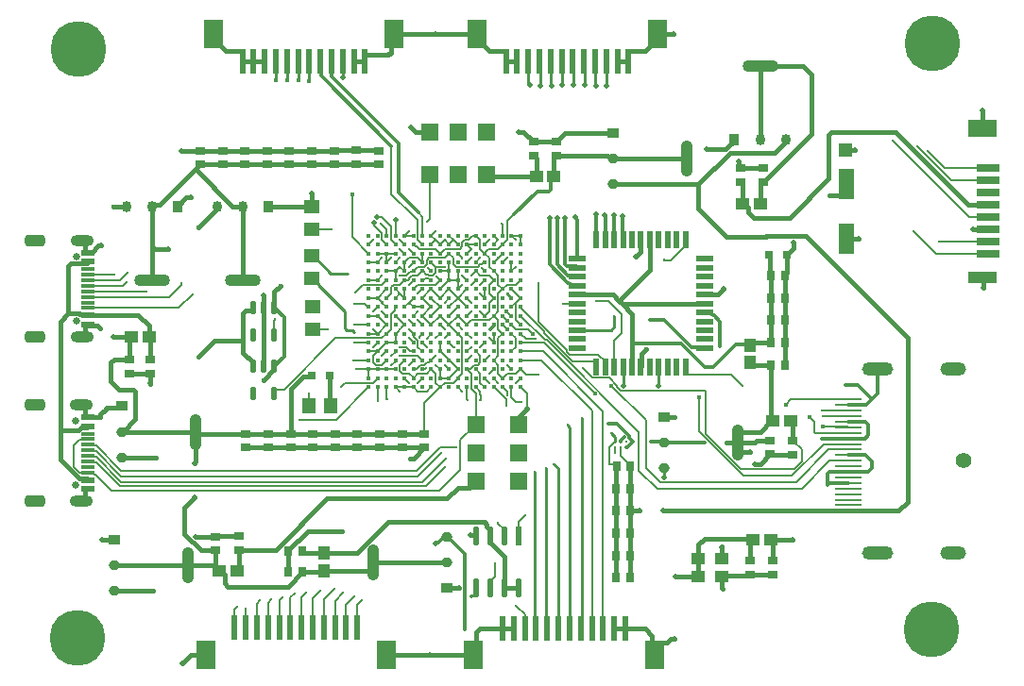
<source format=gbr>
%TF.GenerationSoftware,Altium Limited,Altium Designer,23.4.1 (23)*%
G04 Layer_Physical_Order=1*
G04 Layer_Color=255*
%FSLAX45Y45*%
%MOMM*%
%TF.SameCoordinates,C80D94D6-ACD9-4930-820E-424AA932BAC3*%
%TF.FilePolarity,Positive*%
%TF.FileFunction,Copper,L1,Top,Signal*%
%TF.Part,Single*%
G01*
G75*
%TA.AperFunction,SMDPad,CuDef*%
G04:AMPARAMS|DCode=10|XSize=1.21mm|YSize=0.59mm|CornerRadius=0.1475mm|HoleSize=0mm|Usage=FLASHONLY|Rotation=270.000|XOffset=0mm|YOffset=0mm|HoleType=Round|Shape=RoundedRectangle|*
%AMROUNDEDRECTD10*
21,1,1.21000,0.29500,0,0,270.0*
21,1,0.91500,0.59000,0,0,270.0*
1,1,0.29500,-0.14750,-0.45750*
1,1,0.29500,-0.14750,0.45750*
1,1,0.29500,0.14750,0.45750*
1,1,0.29500,0.14750,-0.45750*
%
%ADD10ROUNDEDRECTD10*%
%ADD11R,1.20000X1.45000*%
%TA.AperFunction,BGAPad,CuDef*%
%ADD12R,1.60000X1.60000*%
%TA.AperFunction,ConnectorPad*%
%ADD13R,1.15000X0.30000*%
%ADD14R,1.15000X0.60000*%
%TA.AperFunction,SMDPad,CuDef*%
%ADD15R,0.54213X1.70637*%
G04:AMPARAMS|DCode=16|XSize=1.70637mm|YSize=0.54213mm|CornerRadius=0.27107mm|HoleSize=0mm|Usage=FLASHONLY|Rotation=270.000|XOffset=0mm|YOffset=0mm|HoleType=Round|Shape=RoundedRectangle|*
%AMROUNDEDRECTD16*
21,1,1.70637,0.00000,0,0,270.0*
21,1,1.16424,0.54213,0,0,270.0*
1,1,0.54213,0.00000,-0.58212*
1,1,0.54213,0.00000,0.58212*
1,1,0.54213,0.00000,0.58212*
1,1,0.54213,0.00000,-0.58212*
%
%ADD16ROUNDEDRECTD16*%
%ADD17R,0.80000X0.80000*%
%ADD18R,1.20000X1.20000*%
%ADD19R,1.40000X2.70000*%
%ADD20R,2.00000X0.70000*%
%ADD21R,2.60000X1.50000*%
%ADD22R,2.60000X1.00000*%
%ADD23R,0.81213X0.75814*%
%ADD24R,1.30606X1.05822*%
%ADD25R,1.30000X1.10000*%
%ADD26R,0.87213X1.00429*%
G04:AMPARAMS|DCode=27|XSize=1.00429mm|YSize=0.87213mm|CornerRadius=0.43606mm|HoleSize=0mm|Usage=FLASHONLY|Rotation=270.000|XOffset=0mm|YOffset=0mm|HoleType=Round|Shape=RoundedRectangle|*
%AMROUNDEDRECTD27*
21,1,1.00429,0.00000,0,0,270.0*
21,1,0.13216,0.87213,0,0,270.0*
1,1,0.87213,0.00000,-0.06608*
1,1,0.87213,0.00000,0.06608*
1,1,0.87213,0.00000,0.06608*
1,1,0.87213,0.00000,-0.06608*
%
%ADD27ROUNDEDRECTD27*%
G04:AMPARAMS|DCode=28|XSize=1.00429mm|YSize=3.18213mm|CornerRadius=0.43687mm|HoleSize=0mm|Usage=FLASHONLY|Rotation=270.000|XOffset=0mm|YOffset=0mm|HoleType=Round|Shape=RoundedRectangle|*
%AMROUNDEDRECTD28*
21,1,1.00429,2.30840,0,0,270.0*
21,1,0.13056,3.18213,0,0,270.0*
1,1,0.87373,-1.15420,-0.06528*
1,1,0.87373,-1.15420,0.06528*
1,1,0.87373,1.15420,0.06528*
1,1,0.87373,1.15420,-0.06528*
%
%ADD28ROUNDEDRECTD28*%
%TA.AperFunction,ConnectorPad*%
%ADD29R,2.40000X0.28000*%
%TA.AperFunction,SMDPad,CuDef*%
%ADD30R,1.50000X0.55000*%
%ADD31R,0.55000X1.50000*%
%TA.AperFunction,BGAPad,CuDef*%
%ADD32C,0.45000*%
%ADD33C,0.25000*%
%TA.AperFunction,ConnectorPad*%
%ADD34R,0.60000X2.20000*%
%ADD35R,1.80000X2.60000*%
%TA.AperFunction,SMDPad,CuDef*%
%ADD36R,0.75814X0.81213*%
%ADD37R,1.05822X1.30606*%
%ADD38R,1.45000X1.20000*%
%ADD39R,1.00429X0.87213*%
G04:AMPARAMS|DCode=40|XSize=1.00429mm|YSize=0.87213mm|CornerRadius=0.43606mm|HoleSize=0mm|Usage=FLASHONLY|Rotation=0.000|XOffset=0mm|YOffset=0mm|HoleType=Round|Shape=RoundedRectangle|*
%AMROUNDEDRECTD40*
21,1,1.00429,0.00000,0,0,0.0*
21,1,0.13216,0.87213,0,0,0.0*
1,1,0.87213,0.06608,0.00000*
1,1,0.87213,-0.06608,0.00000*
1,1,0.87213,-0.06608,0.00000*
1,1,0.87213,0.06608,0.00000*
%
%ADD40ROUNDEDRECTD40*%
G04:AMPARAMS|DCode=41|XSize=1.00429mm|YSize=3.18213mm|CornerRadius=0.43687mm|HoleSize=0mm|Usage=FLASHONLY|Rotation=0.000|XOffset=0mm|YOffset=0mm|HoleType=Round|Shape=RoundedRectangle|*
%AMROUNDEDRECTD41*
21,1,1.00429,2.30840,0,0,0.0*
21,1,0.13056,3.18213,0,0,0.0*
1,1,0.87373,0.06528,-1.15420*
1,1,0.87373,-0.06528,-1.15420*
1,1,0.87373,-0.06528,1.15420*
1,1,0.87373,0.06528,1.15420*
%
%ADD41ROUNDEDRECTD41*%
%TA.AperFunction,BGAPad,CuDef*%
%ADD42R,1.60000X1.60000*%
%TA.AperFunction,Conductor*%
%ADD43C,0.40000*%
%ADD44C,0.15000*%
%ADD45C,0.30000*%
%ADD46C,0.25400*%
%ADD47C,0.20000*%
%TA.AperFunction,ComponentPad*%
%ADD48C,0.65000*%
%ADD49O,2.10000X1.00000*%
G04:AMPARAMS|DCode=50|XSize=1.8mm|YSize=1mm|CornerRadius=0.25mm|HoleSize=0mm|Usage=FLASHONLY|Rotation=0.000|XOffset=0mm|YOffset=0mm|HoleType=Round|Shape=RoundedRectangle|*
%AMROUNDEDRECTD50*
21,1,1.80000,0.50000,0,0,0.0*
21,1,1.30000,1.00000,0,0,0.0*
1,1,0.50000,0.65000,-0.25000*
1,1,0.50000,-0.65000,-0.25000*
1,1,0.50000,-0.65000,0.25000*
1,1,0.50000,0.65000,0.25000*
%
%ADD50ROUNDEDRECTD50*%
G04:AMPARAMS|DCode=51|XSize=1.2mm|YSize=2.8mm|CornerRadius=0.6mm|HoleSize=0mm|Usage=FLASHONLY|Rotation=90.000|XOffset=0mm|YOffset=0mm|HoleType=Round|Shape=RoundedRectangle|*
%AMROUNDEDRECTD51*
21,1,1.20000,1.60000,0,0,90.0*
21,1,0.00000,2.80000,0,0,90.0*
1,1,1.20000,0.80000,0.00000*
1,1,1.20000,0.80000,0.00000*
1,1,1.20000,-0.80000,0.00000*
1,1,1.20000,-0.80000,0.00000*
%
%ADD51ROUNDEDRECTD51*%
G04:AMPARAMS|DCode=52|XSize=1.2mm|YSize=2.3mm|CornerRadius=0.6mm|HoleSize=0mm|Usage=FLASHONLY|Rotation=90.000|XOffset=0mm|YOffset=0mm|HoleType=Round|Shape=RoundedRectangle|*
%AMROUNDEDRECTD52*
21,1,1.20000,1.10000,0,0,90.0*
21,1,0.00000,2.30000,0,0,90.0*
1,1,1.20000,0.55000,0.00000*
1,1,1.20000,0.55000,0.00000*
1,1,1.20000,-0.55000,0.00000*
1,1,1.20000,-0.55000,0.00000*
%
%ADD52ROUNDEDRECTD52*%
%ADD53C,1.40000*%
%TA.AperFunction,ViaPad*%
%ADD54C,0.50000*%
%ADD55C,0.30000*%
%ADD56C,0.40000*%
%ADD57C,5.00000*%
D10*
X11265000Y7924500D02*
D03*
X11075000D02*
D03*
Y8175500D02*
D03*
X11170000D02*
D03*
X11265000D02*
D03*
Y7399000D02*
D03*
X11075000D02*
D03*
Y7650000D02*
D03*
X11170000D02*
D03*
X11265000D02*
D03*
D11*
X11770000Y7290000D02*
D03*
X11570000D02*
D03*
D12*
X13164000Y9370000D02*
D03*
X12656000D02*
D03*
Y9750000D02*
D03*
X13164000D02*
D03*
X12910001Y9370000D02*
D03*
Y9750000D02*
D03*
D13*
X9593000Y7042500D02*
D03*
Y6992500D02*
D03*
Y6942500D02*
D03*
Y6692500D02*
D03*
Y6742500D02*
D03*
Y6792500D02*
D03*
Y6892500D02*
D03*
Y6842500D02*
D03*
X9595500Y8520000D02*
D03*
Y8470000D02*
D03*
Y8420000D02*
D03*
Y8170000D02*
D03*
Y8220000D02*
D03*
Y8270000D02*
D03*
Y8370000D02*
D03*
Y8320000D02*
D03*
D14*
X9593000Y6627500D02*
D03*
Y7107500D02*
D03*
Y6547500D02*
D03*
Y7187500D02*
D03*
X9595500Y8105000D02*
D03*
Y8585000D02*
D03*
Y8025000D02*
D03*
Y8665000D02*
D03*
D15*
X13450500Y6123217D02*
D03*
D16*
X13323500D02*
D03*
X13196500D02*
D03*
X13069501D02*
D03*
Y5656783D02*
D03*
X13196500D02*
D03*
X13323500D02*
D03*
X13450500D02*
D03*
D17*
X11762500Y7560000D02*
D03*
X11597500D02*
D03*
X15862500Y8650000D02*
D03*
X15697501D02*
D03*
D18*
X16382500Y9590000D02*
D03*
D19*
X16392500Y8795000D02*
D03*
Y9285000D02*
D03*
D20*
X17662500Y9425000D02*
D03*
Y9315000D02*
D03*
Y9205000D02*
D03*
Y9095000D02*
D03*
Y8985000D02*
D03*
Y8875000D02*
D03*
Y8765000D02*
D03*
Y8655000D02*
D03*
D21*
X17612500Y9780000D02*
D03*
D22*
Y8445000D02*
D03*
D23*
X12200000Y9582699D02*
D03*
Y9457301D02*
D03*
X10740000Y5994601D02*
D03*
Y6120000D02*
D03*
X10950000Y5997300D02*
D03*
Y6122699D02*
D03*
X13789999Y9537301D02*
D03*
Y9662699D02*
D03*
X13589999Y9534601D02*
D03*
Y9660000D02*
D03*
X15734700Y5900400D02*
D03*
Y5775001D02*
D03*
X15531500Y5900400D02*
D03*
Y5775001D02*
D03*
X10152500Y7706500D02*
D03*
Y7581101D02*
D03*
X9962000Y7707300D02*
D03*
Y7581902D02*
D03*
X15439400Y9298501D02*
D03*
Y9423900D02*
D03*
X15642599Y9297701D02*
D03*
Y9423100D02*
D03*
X15910001Y6980000D02*
D03*
Y6854601D02*
D03*
X15710001Y6982699D02*
D03*
Y6857300D02*
D03*
X11010000Y6917301D02*
D03*
Y7042700D02*
D03*
X11210000Y6917301D02*
D03*
Y7042700D02*
D03*
X11410000Y6917301D02*
D03*
Y7042700D02*
D03*
X11610000Y6917301D02*
D03*
Y7042700D02*
D03*
X11810000Y6917301D02*
D03*
Y7042700D02*
D03*
X10600000Y9582699D02*
D03*
Y9457301D02*
D03*
X12010000Y6917301D02*
D03*
Y7042700D02*
D03*
X10800000Y9582699D02*
D03*
Y9457301D02*
D03*
X12210000Y6917301D02*
D03*
Y7042700D02*
D03*
X11000000Y9582699D02*
D03*
Y9457301D02*
D03*
X12410000Y6917301D02*
D03*
Y7042700D02*
D03*
X11200000Y9582699D02*
D03*
Y9457301D02*
D03*
X12610000Y6917301D02*
D03*
Y7042700D02*
D03*
X11400000Y9582699D02*
D03*
Y9457301D02*
D03*
X11600000Y9582699D02*
D03*
Y9457301D02*
D03*
X11800000Y9582699D02*
D03*
Y9457301D02*
D03*
X12000000Y9585399D02*
D03*
Y9460000D02*
D03*
D24*
X15889999Y7160000D02*
D03*
X15734784D02*
D03*
X10772392Y5810000D02*
D03*
X10927608D02*
D03*
X13770000Y9350000D02*
D03*
X13614784D02*
D03*
X15710709Y6091700D02*
D03*
X15555492D02*
D03*
X9985991Y7910500D02*
D03*
X10141208D02*
D03*
X15618608Y9106400D02*
D03*
X15463393D02*
D03*
D25*
X15064999Y5757500D02*
D03*
X15275000D02*
D03*
Y5922500D02*
D03*
X15064999D02*
D03*
D26*
X11209000Y9079500D02*
D03*
X10399000Y9077000D02*
D03*
X15388200Y9678600D02*
D03*
D27*
X10980000Y9079500D02*
D03*
X10751000D02*
D03*
X10170000Y9077000D02*
D03*
X9941000D02*
D03*
X15617200Y9678600D02*
D03*
X15846201D02*
D03*
D28*
X10980000Y8420500D02*
D03*
X10170000Y8418000D02*
D03*
X15617200Y10337600D02*
D03*
D29*
X16411501Y7350000D02*
D03*
Y7300000D02*
D03*
Y7250000D02*
D03*
Y7200000D02*
D03*
Y7150000D02*
D03*
Y7100000D02*
D03*
Y7050000D02*
D03*
Y7000000D02*
D03*
Y6950000D02*
D03*
Y6900000D02*
D03*
Y6850000D02*
D03*
Y6800000D02*
D03*
Y6750000D02*
D03*
Y6700000D02*
D03*
Y6650000D02*
D03*
Y6600000D02*
D03*
Y6550000D02*
D03*
Y6500000D02*
D03*
Y6450000D02*
D03*
Y6400000D02*
D03*
D30*
X13980000Y7810000D02*
D03*
Y7890000D02*
D03*
Y7970000D02*
D03*
Y8050000D02*
D03*
Y8130000D02*
D03*
Y8210000D02*
D03*
Y8290000D02*
D03*
Y8370000D02*
D03*
Y8450000D02*
D03*
Y8530000D02*
D03*
Y8610000D02*
D03*
X15120000D02*
D03*
Y8530000D02*
D03*
Y8450000D02*
D03*
Y8370000D02*
D03*
Y8290000D02*
D03*
Y8210000D02*
D03*
Y8130000D02*
D03*
Y8050000D02*
D03*
Y7970000D02*
D03*
Y7890000D02*
D03*
Y7810000D02*
D03*
D31*
X14150000Y8780000D02*
D03*
X14230000D02*
D03*
X14310001D02*
D03*
X14389999D02*
D03*
X14470000D02*
D03*
X14550000D02*
D03*
X14630000D02*
D03*
X14710001D02*
D03*
X14789999D02*
D03*
X14870000D02*
D03*
X14950000D02*
D03*
Y7640000D02*
D03*
X14870000D02*
D03*
X14789999D02*
D03*
X14710001D02*
D03*
X14630000D02*
D03*
X14550000D02*
D03*
X14470000D02*
D03*
X14389999D02*
D03*
X14310001D02*
D03*
X14230000D02*
D03*
X14150000D02*
D03*
D32*
X12110000Y8820000D02*
D03*
X12190000D02*
D03*
X12270000D02*
D03*
X12350000D02*
D03*
X12430000D02*
D03*
X12510000D02*
D03*
X12590000D02*
D03*
X12670000D02*
D03*
X12750000D02*
D03*
X12830000D02*
D03*
X12910001D02*
D03*
X12989999D02*
D03*
X13070000D02*
D03*
X13150000D02*
D03*
X13230000D02*
D03*
X13310001D02*
D03*
X13389999D02*
D03*
X13470000D02*
D03*
X12110000Y8740000D02*
D03*
X12190000D02*
D03*
X12270000D02*
D03*
X12350000D02*
D03*
X12430000D02*
D03*
X12510000D02*
D03*
X12590000D02*
D03*
X12670000D02*
D03*
X12750000D02*
D03*
X12830000D02*
D03*
X12910001D02*
D03*
X12989999D02*
D03*
X13070000D02*
D03*
X13150000D02*
D03*
X13230000D02*
D03*
X13310001D02*
D03*
X13389999D02*
D03*
X13470000D02*
D03*
X12110000Y8660000D02*
D03*
X12190000D02*
D03*
X12270000D02*
D03*
X12350000D02*
D03*
X12430000D02*
D03*
X12510000D02*
D03*
X12590000D02*
D03*
X12670000D02*
D03*
X12750000D02*
D03*
X12830000D02*
D03*
X12910001D02*
D03*
X12989999D02*
D03*
X13070000D02*
D03*
X13150000D02*
D03*
X13230000D02*
D03*
X13310001D02*
D03*
X13389999D02*
D03*
X13470000D02*
D03*
X12110000Y8580000D02*
D03*
X12190000D02*
D03*
X12270000D02*
D03*
X12350000D02*
D03*
X12430000D02*
D03*
X12510000D02*
D03*
X12590000D02*
D03*
X12670000D02*
D03*
X12750000D02*
D03*
X12830000D02*
D03*
X12910001D02*
D03*
X12989999D02*
D03*
X13070000D02*
D03*
X13150000D02*
D03*
X13230000D02*
D03*
X13310001D02*
D03*
X13389999D02*
D03*
X13470000D02*
D03*
X12110000Y8500000D02*
D03*
X12190000D02*
D03*
X12270000D02*
D03*
X12350000D02*
D03*
X12430000D02*
D03*
X12510000D02*
D03*
X12590000D02*
D03*
X12670000D02*
D03*
X12750000D02*
D03*
X12830000D02*
D03*
X12910001D02*
D03*
X12989999D02*
D03*
X13070000D02*
D03*
X13150000D02*
D03*
X13230000D02*
D03*
X13310001D02*
D03*
X13389999D02*
D03*
X13470000D02*
D03*
X12110000Y8420000D02*
D03*
X12190000D02*
D03*
X12270000D02*
D03*
X12350000D02*
D03*
X12430000D02*
D03*
X12510000D02*
D03*
X12590000D02*
D03*
X12670000D02*
D03*
X12750000D02*
D03*
X12830000D02*
D03*
X12910001D02*
D03*
X12989999D02*
D03*
X13070000D02*
D03*
X13150000D02*
D03*
X13230000D02*
D03*
X13310001D02*
D03*
X13389999D02*
D03*
X13470000D02*
D03*
X12110000Y8340000D02*
D03*
X12190000D02*
D03*
X12270000D02*
D03*
X12350000D02*
D03*
X12430000D02*
D03*
X12510000D02*
D03*
X12590000D02*
D03*
X12670000D02*
D03*
X12750000D02*
D03*
X12830000D02*
D03*
X12910001D02*
D03*
X12989999D02*
D03*
X13070000D02*
D03*
X13150000D02*
D03*
X13230000D02*
D03*
X13310001D02*
D03*
X13389999D02*
D03*
X13470000D02*
D03*
X12110000Y8260000D02*
D03*
X12190000D02*
D03*
X12270000D02*
D03*
X12350000D02*
D03*
X12430000D02*
D03*
X12510000D02*
D03*
X12590000D02*
D03*
X12670000D02*
D03*
X12750000D02*
D03*
X12830000D02*
D03*
X12910001D02*
D03*
X12989999D02*
D03*
X13070000D02*
D03*
X13150000D02*
D03*
X13230000D02*
D03*
X13310001D02*
D03*
X13389999D02*
D03*
X13470000D02*
D03*
X12110000Y8180000D02*
D03*
X12190000D02*
D03*
X12270000D02*
D03*
X12350000D02*
D03*
X12430000D02*
D03*
X12510000D02*
D03*
X12590000D02*
D03*
X12670000D02*
D03*
X12750000D02*
D03*
X12830000D02*
D03*
X12910001D02*
D03*
X12989999D02*
D03*
X13070000D02*
D03*
X13150000D02*
D03*
X13230000D02*
D03*
X13310001D02*
D03*
X13389999D02*
D03*
X13470000D02*
D03*
X12110000Y8100000D02*
D03*
X12190000D02*
D03*
X12270000D02*
D03*
X12350000D02*
D03*
X12430000D02*
D03*
X12510000D02*
D03*
X12590000D02*
D03*
X12670000D02*
D03*
X12750000D02*
D03*
X12830000D02*
D03*
X12910001D02*
D03*
X12989999D02*
D03*
X13070000D02*
D03*
X13150000D02*
D03*
X13230000D02*
D03*
X13310001D02*
D03*
X13389999D02*
D03*
X13470000D02*
D03*
X12110000Y8020000D02*
D03*
X12190000D02*
D03*
X12270000D02*
D03*
X12350000D02*
D03*
X12430000D02*
D03*
X12510000D02*
D03*
X12590000D02*
D03*
X12670000D02*
D03*
X12750000D02*
D03*
X12830000D02*
D03*
X12910001D02*
D03*
X12989999D02*
D03*
X13070000D02*
D03*
X13150000D02*
D03*
X13230000D02*
D03*
X13310001D02*
D03*
X13389999D02*
D03*
X13470000D02*
D03*
X12110000Y7940000D02*
D03*
X12190000D02*
D03*
X12270000D02*
D03*
X12350000D02*
D03*
X12430000D02*
D03*
X12510000D02*
D03*
X12590000D02*
D03*
X12670000D02*
D03*
X12750000D02*
D03*
X12830000D02*
D03*
X12910001D02*
D03*
X12989999D02*
D03*
X13070000D02*
D03*
X13150000D02*
D03*
X13230000D02*
D03*
X13310001D02*
D03*
X13389999D02*
D03*
X13470000D02*
D03*
X12110000Y7860000D02*
D03*
X12190000D02*
D03*
X12270000D02*
D03*
X12350000D02*
D03*
X12430000D02*
D03*
X12510000D02*
D03*
X12590000D02*
D03*
X12670000D02*
D03*
X12750000D02*
D03*
X12830000D02*
D03*
X12910001D02*
D03*
X12989999D02*
D03*
X13070000D02*
D03*
X13150000D02*
D03*
X13230000D02*
D03*
X13310001D02*
D03*
X13389999D02*
D03*
X13470000D02*
D03*
X12110000Y7780000D02*
D03*
X12190000D02*
D03*
X12270000D02*
D03*
X12350000D02*
D03*
X12430000D02*
D03*
X12510000D02*
D03*
X12590000D02*
D03*
X12670000D02*
D03*
X12750000D02*
D03*
X12830000D02*
D03*
X12910001D02*
D03*
X12989999D02*
D03*
X13070000D02*
D03*
X13150000D02*
D03*
X13230000D02*
D03*
X13310001D02*
D03*
X13389999D02*
D03*
X13470000D02*
D03*
X12110000Y7700000D02*
D03*
X12190000D02*
D03*
X12270000D02*
D03*
X12350000D02*
D03*
X12430000D02*
D03*
X12510000D02*
D03*
X12590000D02*
D03*
X12670000D02*
D03*
X12750000D02*
D03*
X12830000D02*
D03*
X12910001D02*
D03*
X12989999D02*
D03*
X13070000D02*
D03*
X13150000D02*
D03*
X13230000D02*
D03*
X13310001D02*
D03*
X13389999D02*
D03*
X13470000D02*
D03*
X12110000Y7620000D02*
D03*
X12190000D02*
D03*
X12270000D02*
D03*
X12350000D02*
D03*
X12430000D02*
D03*
X12510000D02*
D03*
X12590000D02*
D03*
X12670000D02*
D03*
X12750000D02*
D03*
X12830000D02*
D03*
X12910001D02*
D03*
X12989999D02*
D03*
X13070000D02*
D03*
X13150000D02*
D03*
X13230000D02*
D03*
X13310001D02*
D03*
X13389999D02*
D03*
X13470000D02*
D03*
X12110000Y7540000D02*
D03*
X12190000D02*
D03*
X12270000D02*
D03*
X12350000D02*
D03*
X12430000D02*
D03*
X12510000D02*
D03*
X12590000D02*
D03*
X12670000D02*
D03*
X12750000D02*
D03*
X12830000D02*
D03*
X12910001D02*
D03*
X12989999D02*
D03*
X13070000D02*
D03*
X13150000D02*
D03*
X13230000D02*
D03*
X13310001D02*
D03*
X13389999D02*
D03*
X13470000D02*
D03*
X12110000Y7460000D02*
D03*
X12190000D02*
D03*
X12270000D02*
D03*
X12350000D02*
D03*
X12430000D02*
D03*
X12510000D02*
D03*
X12590000D02*
D03*
X12670000D02*
D03*
X12750000D02*
D03*
X12830000D02*
D03*
X12910001D02*
D03*
X12989999D02*
D03*
X13070000D02*
D03*
X13150000D02*
D03*
X13230000D02*
D03*
X13310001D02*
D03*
X13389999D02*
D03*
X13470000D02*
D03*
D33*
X14420000Y6970000D02*
D03*
Y6920000D02*
D03*
X14370000Y6970000D02*
D03*
Y6920000D02*
D03*
X14320000Y6970000D02*
D03*
Y6920000D02*
D03*
D34*
X11177300Y10387100D02*
D03*
X11277300D02*
D03*
X11377300D02*
D03*
X11677300D02*
D03*
X11777300D02*
D03*
X12077300D02*
D03*
X11977300D02*
D03*
X11877300D02*
D03*
X11577300D02*
D03*
X11477300D02*
D03*
X11077300D02*
D03*
X10977300D02*
D03*
X11807500Y5300000D02*
D03*
X11707500D02*
D03*
X11607500D02*
D03*
X11307500D02*
D03*
X11207500D02*
D03*
X10907500D02*
D03*
X11007500D02*
D03*
X11107500D02*
D03*
X11407500D02*
D03*
X11507500D02*
D03*
X11907500D02*
D03*
X12007500D02*
D03*
X14210001Y5295000D02*
D03*
X14110001D02*
D03*
X14010001D02*
D03*
X13710001D02*
D03*
X13610001D02*
D03*
X13310001D02*
D03*
X13410001D02*
D03*
X13510001D02*
D03*
X13810001D02*
D03*
X13910001D02*
D03*
X14310001D02*
D03*
X14410001D02*
D03*
X13539500Y10387100D02*
D03*
X13639500D02*
D03*
X13739500D02*
D03*
X14039500D02*
D03*
X14139500D02*
D03*
X14439500D02*
D03*
X14339500D02*
D03*
X14239500D02*
D03*
X13939500D02*
D03*
X13839500D02*
D03*
X13439500D02*
D03*
X13339500D02*
D03*
D35*
X12337300Y10627100D02*
D03*
X10717300D02*
D03*
X10647500Y5060000D02*
D03*
X12267500D02*
D03*
X13050000Y5055000D02*
D03*
X14670000D02*
D03*
X14699500Y10627100D02*
D03*
X13079500D02*
D03*
D36*
X11516600Y5802700D02*
D03*
X11391201D02*
D03*
X11516600Y5993200D02*
D03*
X11391201D02*
D03*
X15717300Y8460000D02*
D03*
X15842699D02*
D03*
X15717300Y8260000D02*
D03*
X15842699D02*
D03*
X15717300Y8060000D02*
D03*
X15842699D02*
D03*
X15717300Y7860000D02*
D03*
X15842699D02*
D03*
X15717300Y7660000D02*
D03*
X15842699D02*
D03*
X14330101Y6753300D02*
D03*
X14455499D02*
D03*
X14330000Y6550000D02*
D03*
X14455399D02*
D03*
X14327301Y6350000D02*
D03*
X14452699D02*
D03*
X14327301Y6150000D02*
D03*
X14452699D02*
D03*
X14327301Y5950000D02*
D03*
X14452699D02*
D03*
X14327301Y5750000D02*
D03*
X14452699D02*
D03*
D37*
X11707900Y5813992D02*
D03*
Y5969208D02*
D03*
X15530000Y7682392D02*
D03*
Y7837608D02*
D03*
D38*
X11610000Y8180000D02*
D03*
Y7980000D02*
D03*
X11600000Y9080000D02*
D03*
Y8880000D02*
D03*
Y8440000D02*
D03*
Y8640000D02*
D03*
D39*
X9830500Y6089000D02*
D03*
X12810001Y5661000D02*
D03*
X14300500Y9739000D02*
D03*
X9900500Y7289000D02*
D03*
X14760500Y7189000D02*
D03*
D40*
X9830500Y5860000D02*
D03*
Y5631000D02*
D03*
X12810001Y5890000D02*
D03*
Y6119000D02*
D03*
X14300500Y9510000D02*
D03*
Y9281000D02*
D03*
X9900500Y7060000D02*
D03*
Y6831000D02*
D03*
X14760500Y6960000D02*
D03*
Y6731000D02*
D03*
D41*
X10489500Y5860000D02*
D03*
X12151000Y5890000D02*
D03*
X14959500Y9510000D02*
D03*
X10559500Y7060000D02*
D03*
X15419501Y6960000D02*
D03*
D42*
X13070000Y6616000D02*
D03*
Y7124000D02*
D03*
X13450000D02*
D03*
Y6616000D02*
D03*
X13070000Y6870000D02*
D03*
X13450000D02*
D03*
D43*
X10170000Y8720000D02*
Y9077000D01*
Y8418000D02*
Y8720000D01*
X10190000Y8700000D01*
X10310000D01*
X9820500Y7910500D02*
X9985991D01*
X9820000Y7910000D02*
X9820500Y7910500D01*
X10985000Y7880000D02*
Y8125000D01*
Y7771000D02*
Y7880000D01*
X10730000D02*
X10985000D01*
X10580000Y7730000D02*
X10730000Y7880000D01*
X14542500Y8672500D02*
Y8772500D01*
X14500000Y8630000D02*
X14542500Y8672500D01*
X14750000Y6350000D02*
X16860001D01*
X16939999Y6430000D01*
Y7900000D01*
X15320000Y8810000D02*
X15670000D01*
X15675000Y8815000D01*
X16025000D01*
X16939999Y7900000D01*
X15920000Y8707500D02*
Y8760000D01*
X15862500Y8650000D02*
X15920000Y8707500D01*
X15063499Y9066500D02*
X15320000Y8810000D01*
X15063499Y9066500D02*
Y9281000D01*
X12810001Y5661000D02*
X12919000D01*
X12920000Y5660000D01*
X12284844Y6250000D02*
X13146568D01*
X13196500Y6123217D02*
Y6185275D01*
X13146568Y6250000D02*
X13170000Y6226568D01*
Y6211775D02*
X13196500Y6185275D01*
X13170000Y6211775D02*
Y6226568D01*
X12004052Y5969208D02*
X12284844Y6250000D01*
X13196500Y6065005D02*
Y6123217D01*
X11737061Y6460000D02*
X12812852D01*
X12908852Y6556000D01*
X13010001D01*
X13070000Y6616000D01*
X11274361Y5997300D02*
X11737061Y6460000D01*
X14382500Y8205000D02*
X14470000Y8117500D01*
Y7850000D02*
Y8117500D01*
X14387500Y8210000D02*
X15120000D01*
X15419501Y6908412D02*
Y6960000D01*
Y6908412D02*
X15447913Y6880000D01*
X15530000D01*
X15710709Y6091700D02*
X15908299D01*
X15910001Y6090000D01*
X13434000Y7174000D02*
X13530000Y7270000D01*
X12410000Y6917301D02*
X12607301D01*
X12610000D01*
X12510000Y6820000D02*
X12607301Y6917301D01*
X12480000Y6820000D02*
X12510000D01*
X9418500Y8548069D02*
X9441932Y8571500D01*
X9513888D02*
X9517388Y8575000D01*
X9441932Y8571500D02*
X9513888D01*
X9418500Y8118500D02*
Y8548069D01*
X9585500Y8575000D02*
X9595500Y8585000D01*
X9517388Y8575000D02*
X9585500D01*
X10141208Y7910500D02*
X10152500Y7899208D01*
X10140000Y7911708D02*
X10141208Y7910500D01*
X10140000Y7911708D02*
Y8010000D01*
X10045000Y8105000D02*
X10140000Y8010000D01*
X9595500Y8105000D02*
X10045000D01*
X9583000Y7097500D02*
X9593000Y7107500D01*
X9533074Y7097500D02*
X9583000D01*
X9505574Y7070000D02*
X9533074Y7097500D01*
X9350000Y7070000D02*
X9505574D01*
X9350000D02*
Y8050000D01*
Y6806967D02*
Y7070000D01*
X9585500Y8115000D02*
X9595500Y8105000D01*
X9517388Y8115000D02*
X9585500D01*
X9513888Y8118500D02*
X9517388Y8115000D01*
X9418500Y8118500D02*
X9513888D01*
X9350000Y8050000D02*
X9418500Y8118500D01*
X9350000Y6806967D02*
X9519467Y6637500D01*
X9583000D01*
X9593000Y6627500D01*
X9800000Y7510000D02*
X9870000Y7440000D01*
X9800000Y7680000D02*
X9830000Y7710000D01*
X9800000Y7510000D02*
Y7680000D01*
X9907108Y7060000D02*
X10559500D01*
X9959300Y7710000D02*
X9962000Y7707300D01*
X9830000Y7710000D02*
X9959300D01*
X10020000Y7172892D02*
Y7416569D01*
X9996569Y7440000D02*
X10020000Y7416569D01*
X9870000Y7440000D02*
X9996569D01*
X9900500Y7060000D02*
X9907108D01*
X10020000Y7172892D01*
X14470000Y7640000D02*
Y7850000D01*
X14557500Y7757500D02*
X14600000Y7800000D01*
X11170000Y7650000D02*
Y7839146D01*
X11165500Y7843645D02*
Y8005355D01*
X11170000Y8009854D01*
X11165500Y7843645D02*
X11170000Y7839146D01*
Y8009854D02*
Y8280000D01*
X11075000Y8157932D02*
Y8175500D01*
X11065500Y8148432D02*
X11075000Y8157932D01*
X11008431Y8148432D02*
X11065500D01*
X10985000Y8125000D02*
X11008431Y8148432D01*
X10985000Y7771000D02*
X11075000Y7681000D01*
X16392500Y9230000D02*
Y9285000D01*
X16342500Y9180000D02*
X16392500Y9230000D01*
X16239999Y9180000D02*
X16342500D01*
X15320000Y6960000D02*
X15419501D01*
X15717300Y7154908D02*
Y7660000D01*
X10555000Y9415000D02*
X10890500Y9079500D01*
X10559500Y6792206D02*
Y7060000D01*
X10550000Y6782706D02*
X10559500Y6792206D01*
X10550000Y6780000D02*
Y6782706D01*
X10460000Y6140000D02*
Y6380000D01*
X10550000Y6470000D01*
X10605399Y5994601D02*
X10740000D01*
X10460000Y6140000D02*
X10605399Y5994601D01*
X10560000Y6120000D02*
X10740000D01*
X17485001Y9095000D02*
X17662500D01*
X16830000Y9750000D02*
X17485001Y9095000D01*
X16230000Y9720000D02*
X16260001Y9750000D01*
X16830000D01*
X16230000Y9330000D02*
Y9720000D01*
X15880000Y8980000D02*
X16230000Y9330000D01*
X15560001Y8980000D02*
X15880000D01*
X15463393Y9106400D02*
X15475784D01*
X15508694Y9073489D01*
Y9031306D02*
Y9073489D01*
Y9031306D02*
X15560001Y8980000D01*
X15463393Y9106400D02*
Y9277209D01*
X15442099Y9298501D02*
X15463393Y9277209D01*
X15439400Y9298501D02*
X15442099D01*
X11391201Y5993200D02*
Y5995900D01*
Y5802700D02*
Y5993200D01*
Y5995900D02*
X11565301Y6170000D01*
X11870000D01*
X10555000Y9415000D02*
X10597301Y9457301D01*
X10232642Y9092642D02*
X10555000Y9415000D01*
X10890500Y9079500D02*
X10980000D01*
X11265000Y8175500D02*
Y8315000D01*
X11320000Y8370000D01*
X10751000Y9061000D02*
Y9079500D01*
X10580000Y8890000D02*
X10751000Y9061000D01*
X9823000Y9077000D02*
X9941000D01*
X9820000Y9080000D02*
X9823000Y9077000D01*
X11265000Y7619000D02*
Y7650000D01*
X11170000Y7524000D02*
X11265000Y7619000D01*
X11170000Y7520000D02*
Y7524000D01*
X9830500Y5631000D02*
X9831500Y5630000D01*
X10180000D01*
X9900500Y6831000D02*
X10199000D01*
X10200000Y6830000D01*
X10559500Y7060000D02*
X10576801Y7042700D01*
X11010000D01*
X9883413Y7271913D02*
X9900500Y7289000D01*
X9761913Y7271913D02*
X9883413D01*
X9760000Y7270000D02*
X9761913Y7271913D01*
X9760000Y7267294D02*
Y7270000D01*
X9707000Y7214294D02*
X9760000Y7267294D01*
X9707000Y7187500D02*
Y7214294D01*
X14550000Y7640000D02*
X14557500Y7647500D01*
Y7757500D01*
X14760500Y7189000D02*
X14849001D01*
X14850000Y7190000D01*
X14542500Y8772500D02*
X14550000Y8780000D01*
X15120000Y8290000D02*
X15239999D01*
X15289999Y8340000D01*
X11209000Y9079500D02*
X11599500D01*
X11600000Y9080000D01*
X15430000Y9433300D02*
X15439400Y9423900D01*
X15430000Y9433300D02*
Y9490000D01*
X15388200Y9671992D02*
Y9678600D01*
X15364594Y9648385D02*
X15388200Y9671992D01*
X15357985Y9648385D02*
X15364594D01*
X15309599Y9600000D02*
X15357985Y9648385D01*
X15139999Y9600000D02*
X15309599D01*
X15439400Y9423900D02*
X15439799Y9423500D01*
X15642200D01*
X15642599Y9423100D01*
X16382500Y9590000D02*
X16470000D01*
X14862500Y5757500D02*
X15064999D01*
X14860001Y5760000D02*
X14862500Y5757500D01*
X15275000Y5922500D02*
Y6025000D01*
X15270000Y6030000D02*
X15275000Y6025000D01*
X15547192Y6100000D02*
X15555492Y6091700D01*
X15120000Y6100000D02*
X15547192D01*
X15064999Y5922500D02*
Y6045000D01*
X15120000Y6100000D01*
X9574250Y7187500D02*
X9593000D01*
X9564250Y7197500D02*
X9574250Y7187500D01*
X9564250Y7197500D02*
Y7271784D01*
X9536533Y7299500D02*
X9564250Y7271784D01*
X9535500Y7299500D02*
X9536533D01*
X9595500Y8025000D02*
X9605500Y8015000D01*
X9675000D01*
X9700000Y7990000D01*
X9595500Y8665000D02*
X9623000D01*
X9688000Y8730000D01*
X9710000D01*
X9576750Y8665000D02*
X9595500D01*
X9566750Y8675000D02*
X9576750Y8665000D01*
X9566750Y8675000D02*
Y8749283D01*
X9539033Y8777000D02*
X9566750Y8749283D01*
X9538000Y8777000D02*
X9539033D01*
X9538000Y7913000D02*
X9539033D01*
X9566750Y7940717D01*
Y8015000D01*
X9576750Y8025000D01*
X9595500D01*
X12530000Y9750000D02*
X12656000D01*
X12490000Y9790000D02*
X12530000Y9750000D01*
X13587300Y9660000D02*
X13589999D01*
X13497301Y9750000D02*
X13587300Y9660000D01*
X13450000Y9750000D02*
X13497301D01*
X13789999Y9662699D02*
X13792700D01*
X13869000Y9739000D01*
X14300500D01*
X13788651Y9661350D02*
X13789999Y9662699D01*
X13591348Y9661350D02*
X13788651D01*
X13589999Y9660000D02*
X13591348Y9661350D01*
X14699500Y10627100D02*
X14837100D01*
X14839999Y10630000D01*
X12708400Y10627100D02*
X13079500D01*
X12337300D02*
X12708400D01*
X13339500Y10387100D02*
Y10467100D01*
X13329500Y10477100D02*
X13339500Y10467100D01*
X13189500Y10477100D02*
X13329500D01*
X13079500Y10587100D02*
X13189500Y10477100D01*
X13079500Y10587100D02*
Y10627100D01*
X14439500Y10387100D02*
Y10467100D01*
X14449500Y10477100D01*
X14589500D01*
X14699500Y10587100D01*
Y10627100D01*
X13339500Y10387100D02*
X13439500D01*
X14339500D02*
X14439500D01*
X11600000Y9080000D02*
Y9200000D01*
X10399000Y9077000D02*
Y9083608D01*
X10475392Y9160000D01*
X10520000D01*
X10432699Y9582699D02*
X10600000D01*
X10430000Y9580000D02*
X10432699Y9582699D01*
X10152500Y7492500D02*
Y7581101D01*
X10150000Y7490000D02*
X10152500Y7492500D01*
X9593000Y7187500D02*
X9707000D01*
X9721000Y6089000D02*
X9830500D01*
X9720000Y6090000D02*
X9721000Y6089000D01*
X9574250Y6547500D02*
X9593000D01*
X9564250Y6537500D02*
X9574250Y6547500D01*
X9564250Y6463217D02*
Y6537500D01*
X9536533Y6435500D02*
X9564250Y6463217D01*
X9535500Y6435500D02*
X9536533D01*
X10740000Y6120000D02*
X10741350Y6121350D01*
X10948650D01*
X10950000Y6122699D01*
X10520000Y5060000D02*
X10647500D01*
X10440000Y4980000D02*
X10520000Y5060000D01*
X13069501Y6123217D02*
Y6123434D01*
X13062935Y6130000D02*
X13069501Y6123434D01*
X13020000Y6130000D02*
X13062935D01*
X12272500Y5055000D02*
X13050000D01*
X12267500Y5060000D02*
X12272500Y5055000D01*
X13050000D02*
X13070000Y5075000D01*
Y5260000D01*
X13105000Y5295000D02*
X13310001D01*
X13070000Y5260000D02*
X13105000Y5295000D01*
X13310001D02*
X13410001D01*
X14650000Y5075001D02*
X14670000Y5055000D01*
X14650000Y5075001D02*
Y5230000D01*
X14410001Y5295000D02*
X14585001D01*
X14650000Y5230000D01*
X14310001Y5295000D02*
X14410001D01*
X14670000Y5055000D02*
Y5095000D01*
X14739999Y5165000D01*
X14780000D01*
X14814999Y5200000D01*
X14850000D01*
X14452699Y6350000D02*
X14539999D01*
X15707301Y6857300D02*
X15710001D01*
X15620000Y6770000D02*
X15707301Y6857300D01*
X15570000Y6770000D02*
X15620000D01*
X15710001Y6857300D02*
X15711349Y6855951D01*
X15908650D01*
X15910001Y6854601D01*
X15275000Y5655000D02*
Y5757500D01*
Y5655000D02*
X15280000Y5650000D01*
X15275000Y5757500D02*
X15283751Y5766251D01*
X15522749D01*
X15531500Y5775001D01*
X17659413Y8878087D02*
X17662500Y8875000D01*
X17531914Y8878087D02*
X17659413D01*
X17530000Y8880000D02*
X17531914Y8878087D01*
X16392500Y8795000D02*
X16397501Y8790000D01*
X16500000D01*
X17612500Y8445000D02*
X17620000Y8437500D01*
Y8350000D02*
Y8437500D01*
X17612500Y9780000D02*
Y9937500D01*
X17610001Y9940000D02*
X17612500Y9937500D01*
X10977300Y10387100D02*
Y10467100D01*
X10967300Y10477100D02*
X10977300Y10467100D01*
X10827300Y10477100D02*
X10967300D01*
X10717300Y10587100D02*
X10827300Y10477100D01*
X10717300Y10587100D02*
Y10627100D01*
X11077300Y10387100D02*
X11177300D01*
X10977300D02*
X11077300D01*
X12087300Y10440000D02*
X12286569D01*
X12310000Y10599800D02*
X12337300Y10627100D01*
X12310000Y10463431D02*
Y10599800D01*
X12286569Y10440000D02*
X12310000Y10463431D01*
X12077300Y10387100D02*
Y10430000D01*
X12087300Y10440000D01*
X11977300Y10387100D02*
X12077300D01*
X16075000Y9727401D02*
Y10261569D01*
X15617200Y10337600D02*
X15998969D01*
X16075000Y10261569D01*
X15642599Y9297701D02*
X15645299D01*
X16075000Y9727401D01*
X15846201Y9663700D02*
Y9678600D01*
X15747501Y9565000D02*
X15846201Y9663700D01*
X15063499Y9281000D02*
X15347501Y9565000D01*
X15747501D01*
X14300500Y9281000D02*
X15063499D01*
X14352499Y8235000D02*
X14382500Y8205000D01*
X14387500Y8210000D01*
X14297501Y8290000D02*
X14352499Y8235000D01*
X14630000Y8512500D02*
Y8780000D01*
X14352499Y8235000D02*
X14630000Y8512500D01*
X13980000Y8290000D02*
X14297501D01*
X15588956Y6982699D02*
X15710001D01*
X15566257Y6960000D02*
X15588956Y6982699D01*
X15419501Y6960000D02*
X15566257D01*
X15419501Y7027008D02*
X15447913Y7055420D01*
X15617812D01*
X15717300Y7154908D01*
X15419501Y6960000D02*
Y7027008D01*
X11592500Y7555000D02*
X11597500Y7560000D01*
X11522500Y7555000D02*
X11592500D01*
X11410000Y7442500D02*
X11522500Y7555000D01*
X11410000Y7042700D02*
Y7442500D01*
X11010000Y6917301D02*
X11210000D01*
X11410000D01*
X11610000D01*
X11810000D01*
X12010000D01*
X12210000D01*
X12410000D01*
X12210000Y7042700D02*
X12410000D01*
X12610000D01*
X12010000D02*
X12210000D01*
X11810000D02*
X12010000D01*
X11610000D02*
X11810000D01*
X11410000D02*
X11610000D01*
X11210000D02*
X11410000D01*
X11010000D02*
X11210000D01*
X11075000Y7650000D02*
Y7681000D01*
X11762500Y7297500D02*
X11770000Y7290000D01*
X11762500Y7297500D02*
Y7560000D01*
X15617200Y9678600D02*
Y10337600D01*
X14300500Y9510000D02*
X14959500D01*
X13770000Y9350000D02*
Y9519393D01*
X13787907Y9537301D01*
X13789999D01*
X14253816D01*
X14281116Y9510000D01*
X14300500D01*
X13614784Y9350000D02*
Y9512517D01*
X13592700Y9534601D02*
X13614784Y9512517D01*
X13589999Y9534601D02*
X13592700D01*
X13164000Y9370000D02*
X13184000Y9350000D01*
X13614784D01*
X13323500Y5656783D02*
Y5938005D01*
X13196500Y6065005D02*
X13323500Y5938005D01*
Y5656783D02*
X13450500D01*
X11707900Y5969208D02*
X12004052D01*
X11537892D02*
X11707900D01*
X11516600Y5990501D02*
X11537892Y5969208D01*
X11516600Y5990501D02*
Y5993200D01*
X12151000Y5842404D02*
Y5890000D01*
X12122589Y5813992D02*
X12151000Y5842404D01*
X11707900Y5813992D02*
X12122589D01*
X12151000Y5890000D02*
X12810001D01*
X10950000Y5997300D02*
X11274361D01*
X10950000Y5832392D02*
Y5997300D01*
X10927608Y5810000D02*
X10950000Y5832392D01*
X10740000Y5842392D02*
Y5994601D01*
Y5842392D02*
X10772392Y5810000D01*
X10784784D01*
X10817695Y5777089D01*
Y5699805D02*
Y5777089D01*
Y5699805D02*
X10847500Y5670000D01*
X11516600Y5800001D02*
Y5802700D01*
X11386599Y5670000D02*
X11516600Y5800001D01*
X10847500Y5670000D02*
X11386599D01*
X11696608Y5802700D02*
X11707900Y5813992D01*
X11516600Y5802700D02*
X11696608D01*
X10489500Y5860000D02*
X10710000D01*
X10760000Y5810000D01*
X10772392D01*
X9830500Y5860000D02*
X10489500D01*
X9962000Y7581902D02*
X9962400Y7581501D01*
X10152099D01*
X10152500Y7581101D01*
X9962000Y7707300D02*
Y7886508D01*
X9985991Y7910500D01*
X10152500Y7706500D02*
Y7899208D01*
X10980000Y8420500D02*
Y9079500D01*
X10597301Y9457301D02*
X10600000D01*
X10185642Y9092642D02*
X10232642D01*
X10170000Y9077000D02*
X10185642Y9092642D01*
X12000000Y9585399D02*
X12001350Y9584049D01*
X12198650D01*
X12200000Y9582699D01*
X11800000D02*
X11801350Y9584049D01*
X11998650D01*
X12000000Y9585399D01*
X11600000Y9582699D02*
X11800000D01*
X11400000D02*
X11600000D01*
X11200000D02*
X11400000D01*
X11000000D02*
X11200000D01*
X10800000D02*
X11000000D01*
X10600000D02*
X10800000D01*
X12000000Y9460000D02*
X12001350Y9458650D01*
X12198650D01*
X12200000Y9457301D01*
X11800000D02*
X11801350Y9458650D01*
X11998650D01*
X12000000Y9460000D01*
X11600000Y9457301D02*
X11800000D01*
X11400000D02*
X11600000D01*
X11200000D02*
X11400000D01*
X11000000D02*
X11200000D01*
X10800000D02*
X11000000D01*
X10600000D02*
X10800000D01*
X15910001Y6980000D02*
Y7140000D01*
X15889999Y7160000D02*
X15910001Y7140000D01*
X15618608Y9106400D02*
Y9276408D01*
X15639900Y9297701D01*
X15642599D01*
X14452699Y5747300D02*
Y5750000D01*
X14330000Y6550000D02*
X14330051Y6550050D01*
Y6753249D01*
X14327301Y6350000D02*
X14328650Y6351350D01*
Y6548650D01*
X14330000Y6550000D01*
X14327301Y6150000D02*
Y6350000D01*
Y5950000D02*
Y6150000D01*
Y5750000D02*
Y5950000D01*
X14455399Y6550000D02*
X14455449Y6550050D01*
Y6753249D01*
X14455499Y6753300D01*
X14452699Y6350000D02*
X14454050Y6351350D01*
Y6548650D01*
X14455399Y6550000D01*
X14452699Y6150000D02*
Y6350000D01*
Y5950000D02*
Y6150000D01*
Y5750000D02*
Y5950000D01*
X15064999Y5757500D02*
Y5922500D01*
X15531500Y5900400D02*
Y6067708D01*
X15555492Y6091700D01*
X15734700Y5900400D02*
Y6067708D01*
X15710709Y6091700D02*
X15734700Y6067708D01*
X15531500Y5775001D02*
X15734700D01*
X15707401Y8469900D02*
X15717300Y8460000D01*
X15707401Y8469900D02*
Y8640100D01*
X15697501Y8650000D02*
X15707401Y8640100D01*
X15717300Y8260000D02*
Y8460000D01*
Y8060000D02*
Y8260000D01*
Y7860000D02*
Y8060000D01*
X15530000Y7837608D02*
X15552393Y7860000D01*
X15717300D01*
X15552393Y7660000D02*
X15717300D01*
X15530000Y7682392D02*
X15552393Y7660000D01*
X15842699D02*
Y7860000D01*
Y8060000D01*
Y8260000D01*
Y8460000D01*
X15862500Y8482500D02*
Y8650000D01*
D44*
X12590000Y8020000D02*
X12590000D01*
X12550000Y8060000D02*
X12590000Y8020000D01*
X12470000Y7980000D02*
X12510000Y7940000D01*
Y7700000D02*
Y7700000D01*
X12470000Y7660000D02*
X12510000Y7700000D01*
X12590000Y7934059D02*
Y7940000D01*
X12566265Y7910324D02*
X12590000Y7934059D01*
X12566265Y7906265D02*
Y7910324D01*
X12493431Y8460000D02*
X12550000D01*
X12470000Y8436569D02*
X12493431Y8460000D01*
X12432426Y8422426D02*
X12461213D01*
X12470000Y8431213D01*
Y8436569D01*
X12390000Y8380000D02*
X12432426Y8422426D01*
X12390000Y8460000D02*
X12446568D01*
X12480828Y8494260D01*
X12504260D02*
X12510000Y8500000D01*
X12550000Y8540000D01*
X12480828Y8494260D02*
X12504260D01*
X12430000Y8500000D02*
X12430000D01*
X12584260Y8665740D02*
X12590000Y8660000D01*
X12430000Y8500000D02*
Y8580000D01*
X12390000Y8540000D02*
X12430000Y8500000D01*
X12470000Y8380000D02*
X12510000Y8420000D01*
Y8420000D01*
X12670000Y8100000D02*
X12710000Y8140000D01*
X12590000Y7858161D02*
X12630000Y7818161D01*
Y7816321D02*
Y7818161D01*
X12590000Y7858161D02*
Y7860000D01*
X12631701Y7891701D02*
Y7895760D01*
X12670000Y7934059D02*
Y7940000D01*
X12631701Y7895760D02*
X12670000Y7934059D01*
X12710000Y7660000D02*
X12750000Y7620000D01*
X12750000D01*
X12515104Y7625104D02*
X12538536D01*
X12510000Y7620000D02*
X12515104Y7625104D01*
X12538536D02*
X12573432Y7660000D01*
X12662781Y7700000D02*
X12670000D01*
X12646213Y7683431D02*
X12662781Y7700000D01*
X12630000Y7683431D02*
X12646213D01*
X12606568Y7660000D02*
X12630000Y7683431D01*
X12390000Y8780000D02*
X12430000Y8740000D01*
X12390000Y8700000D02*
X12430000Y8660000D01*
X12390000Y8620000D02*
X12390000D01*
X12350000Y8580000D02*
X12390000Y8620000D01*
X12642221Y8471211D02*
X12653431Y8460000D01*
X12686568D01*
X12624850Y8471211D02*
X12642221D01*
X12661882Y8420000D02*
X12670000D01*
X12590000D02*
X12598118D01*
X12646042Y8435841D02*
X12661882Y8420000D01*
X12634159Y8435841D02*
X12646042D01*
X12630000Y8440000D02*
X12634159Y8435841D01*
X12598118Y8420000D02*
X12613958Y8435841D01*
X12625889D01*
X12596061Y8500000D02*
X12624850Y8471211D01*
X12625889Y8435841D02*
X12628759Y8438711D01*
X12590000Y8500000D02*
X12596061D01*
X12550000Y8460000D02*
X12590000Y8500000D01*
X12710000Y8483432D02*
Y8540000D01*
X12670000Y8500000D02*
Y8500000D01*
X12641265Y8528735D02*
X12670000Y8500000D01*
X12686568Y8460000D02*
X12710000Y8483432D01*
X12721265Y8448735D02*
X12750000Y8420000D01*
X12870000Y8563432D02*
Y8620000D01*
Y8563432D02*
X12893431Y8540000D01*
X13086568D01*
X13107803Y8561235D01*
X13123117D01*
X13141882Y8580000D02*
X13150000D01*
X13123117Y8561235D02*
X13141882Y8580000D01*
X13121265Y8528735D02*
X13150000Y8500000D01*
X12830000Y8660000D02*
X12870000Y8620000D01*
X13030000Y8460000D02*
X13070000Y8500000D01*
X13110001Y8460000D01*
X12989999Y8580000D02*
X12989999D01*
X13030000Y8620000D01*
X12910001Y8340000D02*
X12910001D01*
X12950000Y8380000D01*
X12310000Y8356568D02*
X12333432Y8380000D01*
X12310000Y8300000D02*
Y8356568D01*
X12270000Y8260000D02*
X12310000Y8300000D01*
X12333432Y8380000D02*
X12390000D01*
X12190000Y8260000D02*
X12191658D01*
X12230000Y8221658D01*
X12230000Y8220000D02*
X12270000Y8180000D01*
X12230000Y8221658D02*
X12231658D01*
X12148342Y8138342D02*
X12190000Y8180000D01*
X11990000Y8310000D02*
X12060000Y8380000D01*
X12230000D01*
X12270000Y8420000D01*
X14950000Y7592500D02*
Y7640000D01*
Y7592500D02*
X14970000Y7572500D01*
X15357500D01*
X15460001Y7470000D01*
X14748055Y7430000D02*
X15121213D01*
X15130000Y7421213D01*
Y7041021D02*
Y7421213D01*
X12670000Y8820000D02*
X12710000Y8860000D01*
X12910001Y8740000D02*
X12910001D01*
X12750000D02*
X12790000Y8780000D01*
X12790000D02*
X12830000Y8740000D01*
X12790000Y8780000D02*
X12790000D01*
X12989999Y8660000D02*
X13030000Y8700000D01*
X12470000D02*
X12510000Y8660000D01*
X12430000Y8580000D02*
X12470000Y8620000D01*
X12550000D01*
X12590000Y8580000D01*
X13189999Y8540000D02*
Y8620000D01*
X13150000Y8660000D02*
X13189999Y8620000D01*
X13230000Y8500000D02*
X13270000Y8460000D01*
X13189999Y8540000D02*
X13230000Y8500000D01*
X12606568Y8540000D02*
X12630000Y8563432D01*
X12550000Y8540000D02*
X12606568D01*
X12630000Y8596569D02*
X12653432Y8620000D01*
X12630000Y8563432D02*
Y8596569D01*
X12653432Y8620000D02*
X12790000D01*
X12413432Y7580000D02*
X12475355D01*
X12510000Y7540000D02*
Y7545355D01*
X12475355Y7580000D02*
X12510000Y7545355D01*
X12390000Y7603432D02*
X12413432Y7580000D01*
X12390000Y7603432D02*
Y7660000D01*
X12430000Y7700000D01*
X12270000Y7620000D02*
X12350000D01*
X12190000D02*
X12270000D01*
X12110000D02*
X12190000D01*
X12000000D02*
X12110000D01*
X12000000Y7620000D02*
X12000000Y7620000D01*
X12430000Y7540000D02*
Y7540000D01*
Y7540000D02*
X12470000Y7500000D01*
X13430000Y7580000D02*
X13470000Y7620000D01*
X13470000Y7620000D02*
X13520000Y7570000D01*
X13470000Y7620000D02*
X13470000D01*
X13520000Y7570000D02*
X13630000D01*
X12790000Y7660000D02*
X12830000Y7620000D01*
X12710000Y7740000D02*
X12710000D01*
X12670000Y7700000D02*
X12710000Y7740000D01*
X12750000Y7540000D02*
Y7620000D01*
X13150000Y7700000D02*
X13189999Y7740000D01*
X13189999D01*
X14112500Y7547500D02*
X14263033D01*
X14030000Y7630000D02*
X14112500Y7547500D01*
X14336464Y7463432D02*
Y7474069D01*
X14263033Y7547500D02*
X14336464Y7474069D01*
X14372395Y7427500D02*
X14745554D01*
X14748055Y7430000D01*
X14336464Y7463432D02*
X14372395Y7427500D01*
X14285001Y7472500D02*
X14595000Y7162500D01*
X15468166Y6667500D02*
X15902499D01*
X15070000Y7065666D02*
X15468166Y6667500D01*
X15927145Y6727500D02*
X15989822Y6790177D01*
X15443521Y6727500D02*
X15927145D01*
X15130000Y7041021D02*
X15443521Y6727500D01*
X15070000Y7065666D02*
Y7370000D01*
X15989822Y6790177D02*
Y6902877D01*
X15910001Y6980000D02*
X15912700D01*
X15989822Y6902877D01*
X13473033Y8100000D02*
X13690533Y7882500D01*
X13470000Y7780000D02*
X13670000D01*
X13679008Y7860000D02*
X14138254Y7400754D01*
X13470000Y8100000D02*
X13473033D01*
X13470000Y7780000D02*
X13470000Y7780000D01*
X13660001Y7700000D02*
X14110001Y7250000D01*
Y5295000D02*
Y7250000D01*
X14210001Y5295000D02*
Y7240000D01*
X13709541Y7882500D02*
X14533105Y7058935D01*
X13690533Y7882500D02*
X13709541D01*
X14533105Y6711820D02*
Y7058935D01*
X13470000Y7700000D02*
X13660001D01*
X13670000Y7780000D02*
X14210001Y7240000D01*
X14595000Y6735000D02*
Y7162500D01*
X13110001Y8380000D02*
X13150000Y8420000D01*
X13110001Y8380000D02*
Y8380000D01*
X13150000Y8260000D02*
X13150000D01*
X13110001Y8300000D02*
X13150000Y8260000D01*
X13070000Y8420000D02*
Y8420000D01*
X13030000Y8380000D02*
X13070000Y8420000D01*
X14260001Y8230000D02*
X14380000Y8110000D01*
X14150000Y8230000D02*
X14260001D01*
X14310001Y7640000D02*
Y7873750D01*
X14380000Y7943750D01*
Y8110000D01*
X14760001Y8600000D02*
X14817500D01*
X14758342Y8601658D02*
X14760001Y8600000D01*
X11610000Y7980000D02*
X11740000D01*
X12470000Y7900000D02*
X12510000Y7860000D01*
X12550000Y7820000D02*
Y7870000D01*
X12550000Y7870000D02*
X12550000Y7870000D01*
X12526568Y7900000D02*
X12550000Y7876568D01*
Y7870000D02*
Y7876568D01*
X12510000Y7940000D02*
X12512426Y7937574D01*
Y7908787D02*
Y7937574D01*
Y7908787D02*
X12521213Y7900000D01*
X12526568D01*
X12550000Y7820000D02*
X12590000Y7780000D01*
X12710000Y7500000D02*
X12750000Y7460000D01*
X12610000Y7042700D02*
Y7320000D01*
X12750000Y7460000D01*
X12750000D01*
X13041466Y8814896D02*
X13064896D01*
X13070000Y8820000D01*
X13006567Y8780000D02*
X13041466Y8814896D01*
X14167500Y7750000D02*
X14230000Y7687500D01*
X13912750Y7750000D02*
X14167500D01*
X13887500Y7775251D02*
X13912750Y7750000D01*
X14150000Y7640000D02*
Y7667500D01*
X14130000Y7687500D02*
X14150000Y7667500D01*
X13939896Y7687500D02*
X14130000D01*
X13681567Y7945828D02*
X13939896Y7687500D01*
X13681567Y7945828D02*
Y7960577D01*
X13470000Y8172145D02*
X13681567Y7960577D01*
X13887500Y7775251D02*
Y7790000D01*
X13607500Y7890000D02*
X13610001Y7892500D01*
X13470000Y7860000D02*
X13679008D01*
X13520000Y7890000D02*
X13607500D01*
X14230000Y7640000D02*
Y7687500D01*
X13630000Y8047500D02*
X13887500Y7790000D01*
X13470000Y8172145D02*
Y8180000D01*
X13630000Y8047500D02*
Y8390000D01*
X13430000Y7980000D02*
X13539999D01*
X13470000Y7940000D02*
X13520000Y7890000D01*
X13470000Y7940000D02*
Y7940000D01*
X13539999Y7980000D02*
X13580000Y7940000D01*
X12510000Y8100000D02*
X12550000Y8140000D01*
X12550000D01*
X12710000D02*
X12750000Y8180000D01*
X13389999Y7620000D02*
X13389999D01*
X13310001Y7540000D02*
X13350000Y7580000D01*
X13430000D01*
X12989999Y8340000D02*
X12989999D01*
X13350000Y7660000D02*
X13389999Y7620000D01*
X13323500Y6123217D02*
Y6183964D01*
X13270000Y6237465D02*
X13323500Y6183964D01*
X13270000Y6237465D02*
Y6240000D01*
X13196500Y5656783D02*
Y5714995D01*
X13239999Y5758495D01*
Y5880000D01*
X11570000Y7290000D02*
Y7400000D01*
X12150000Y7500000D02*
X12190000Y7540000D01*
X11900000Y7500000D02*
X12150000D01*
X11860000Y7460000D02*
X11900000Y7500000D01*
X13450500Y6123217D02*
Y6250500D01*
X13510001Y6310000D01*
X11007500Y5300000D02*
Y5475000D01*
X12270000Y7780000D02*
Y7780000D01*
X12230000Y7740000D02*
X12270000Y7780000D01*
X12150000Y7683432D02*
Y7740000D01*
X12173432Y7660000D02*
X12230000D01*
X12150000Y7683432D02*
X12173432Y7660000D01*
X12230000D02*
X12270000Y7700000D01*
X12150000Y7740000D02*
X12190000Y7780000D01*
X12910001Y8658850D02*
X12950000Y8618850D01*
Y8617700D02*
Y8618850D01*
X12910001Y8658850D02*
Y8660000D01*
X13230000Y8580000D02*
X13310001Y8660000D01*
X13110001Y8620000D02*
Y8620000D01*
X13070000Y8580000D02*
X13110001Y8620000D01*
X12670000Y8580000D02*
X12710000Y8540000D01*
X12790000D01*
Y8620000D02*
X12830000Y8660000D01*
X14725000Y6605000D02*
X15939999D01*
X16235001Y6900000D01*
X14595000Y6735000D02*
X14725000Y6605000D01*
X13389999Y8500000D02*
X13430000Y8540000D01*
X14950000Y8732500D02*
Y8780000D01*
X14817500Y8600000D02*
X14950000Y8732500D01*
X12510000Y8580000D02*
Y8580000D01*
X12470000Y8540000D02*
X12510000Y8580000D01*
X12863342Y8133342D02*
Y8133342D01*
X12830000Y8100000D02*
X12863342Y8133342D01*
X12870000Y8140000D01*
X12790000Y8220000D02*
X12830000Y8260000D01*
X12870000Y8140000D02*
X12910001Y8180000D01*
X12870000Y8140000D02*
Y8140000D01*
X12989999Y8100000D02*
X13030000Y8140000D01*
X14320000Y6870000D02*
Y6920000D01*
X9657749Y6675000D02*
X9802749Y6530000D01*
X9665000Y6935000D02*
X9890000Y6710000D01*
X9643000Y6683787D02*
Y6685000D01*
X9665000Y6835000D02*
X9890000Y6610000D01*
X12550000Y6660000D02*
X12760000Y6870000D01*
X9890000Y6710000D02*
X12540000D01*
X9517500Y6692500D02*
X9635500D01*
X9890000Y6610000D02*
X12590000D01*
X12540000Y6710000D02*
X12750000Y6920000D01*
X12620000Y6570000D02*
X12790000Y6740000D01*
X9890000Y6660000D02*
X12550000D01*
X9880000Y6570000D02*
X12620000D01*
X12590000Y6610000D02*
X12800000Y6820000D01*
X9802749Y6530000D02*
X12740000D01*
X9643000Y6683787D02*
X9651787Y6675000D01*
X9635500Y6692500D02*
X9643000Y6685000D01*
X9665000Y6885000D02*
X9890000Y6660000D01*
X9665000Y6785000D02*
X9880000Y6570000D01*
X12740000Y6530000D02*
X12930000Y6720000D01*
X9651787Y6675000D02*
X9657749D01*
X12930000Y6720000D02*
Y6984000D01*
X13070000Y7124000D01*
X12550000Y7740000D02*
X12590000Y7700000D01*
X12390000Y7740000D02*
X12550000D01*
X12595740Y7625740D02*
X12613195D01*
X12620176Y7632721D01*
X12624235D01*
X12590000Y7620000D02*
X12595740Y7625740D01*
X12573432Y7660000D02*
X12606568D01*
X12446568Y7820000D02*
X12480828Y7785740D01*
X12390000Y7820000D02*
X12446568D01*
X12480828Y7785740D02*
X12504260D01*
X12510000Y7780000D01*
X12350000Y7940000D02*
X12430000Y8020000D01*
X12350000Y7860000D02*
Y7940000D01*
X11814467Y7900000D02*
X12230000D01*
X11351717Y7437250D02*
X11814467Y7900000D01*
X13510001Y5295000D02*
Y5420000D01*
X13430000Y5500000D02*
X13510001Y5420000D01*
X13350111Y7385851D02*
X13352982Y7382981D01*
X13339999Y7290000D02*
Y7350000D01*
X13230000Y7460000D02*
X13339999Y7350000D01*
X13350111Y7385851D02*
Y7419889D01*
X13310001Y7460000D02*
X13350111Y7419889D01*
X13230000Y7540000D02*
Y7540000D01*
Y7540000D02*
X13270000Y7500000D01*
X13389999Y7370000D02*
Y7460000D01*
Y7370000D02*
X13430000Y7330000D01*
X13070000Y7460000D02*
X13110001Y7420000D01*
Y7394059D02*
Y7420000D01*
X13112869Y7376929D02*
X13113786Y7377846D01*
X13110001Y7394059D02*
X13113786Y7390272D01*
Y7377846D02*
Y7390272D01*
X13110001Y7340000D02*
X13112869Y7342870D01*
Y7376929D01*
X13110001Y7500000D02*
X13150000Y7460000D01*
X13150000D02*
X13152499Y7457500D01*
X13110001Y7500000D02*
Y7580000D01*
X13150000Y7540000D02*
X13189999Y7500000D01*
X13430000Y7330000D02*
X13480000D01*
X13530000Y7270000D02*
Y7400000D01*
X13070000Y7124000D02*
Y7403432D01*
X13030000Y7443432D02*
X13070000Y7403432D01*
X13230000Y7620000D02*
Y7620000D01*
X13189999Y7580000D02*
X13230000Y7620000D01*
X12750000Y6920000D02*
X12897501D01*
X13110001Y7820000D02*
X13150000Y7860000D01*
X13150000D01*
X12989999Y7700000D02*
X12989999D01*
X13030000Y7740000D01*
X12989999Y7620000D02*
X12995103Y7625104D01*
X13018536D01*
X13053432Y7660000D01*
X13086568D01*
X13070000Y7780000D02*
X13110001Y7740000D01*
Y7683432D02*
Y7740000D01*
X13086568Y7660000D02*
X13110001Y7683432D01*
X13030000Y7443432D02*
Y7580000D01*
X12989999Y7620000D02*
X13030000Y7580000D01*
X13110001Y8140000D02*
X13150000Y8100000D01*
X13189999Y7900000D02*
X13230000Y7860000D01*
Y7940000D01*
X13430000Y8060000D02*
Y8220000D01*
Y8060000D02*
X13470000Y8020000D01*
X13347002Y8140000D02*
X13387001Y8100000D01*
X13344003Y8140000D02*
X13347002D01*
X13387001Y8100000D02*
X13389999D01*
X13310001Y8097002D02*
X13350000Y8057002D01*
Y8054004D02*
Y8057002D01*
X13310001Y8097002D02*
Y8100000D01*
X13850000Y8210000D02*
X13980000D01*
X13470000Y8260000D02*
X13470000D01*
X13430000Y8220000D02*
X13470000Y8260000D01*
X13430000Y8300000D02*
X13470000Y8260000D01*
X13389999Y7780000D02*
X13430000Y7820000D01*
Y7900000D01*
X13389999Y7940000D02*
X13430000Y7900000D01*
X12110000Y7780000D02*
X12190000D01*
X12230000Y7820000D01*
X12190000Y7940000D02*
X12190000D01*
X12110000D02*
X12190000D01*
X12150000Y7980000D02*
X12190000Y7940000D01*
X12230000Y7820000D02*
X12270000Y7860000D01*
X12310000Y7980000D02*
Y8116568D01*
X12270000Y7940000D02*
X12310000Y7980000D01*
X12344260Y8150828D02*
Y8174260D01*
X12310000Y8116568D02*
X12344260Y8150828D01*
Y8174260D02*
X12350000Y8180000D01*
X12270000Y8100000D02*
X12275740Y8105740D01*
X11286448Y7437250D02*
X11351717D01*
X12230000Y7900000D02*
X12270000Y7940000D01*
X11265000Y7415802D02*
X11286448Y7437250D01*
X11265000Y7399000D02*
Y7415802D01*
X12910001Y7460000D02*
X12950000Y7420000D01*
X12830000Y7860000D02*
X12831250D01*
X12873750Y7817500D01*
X12875000D01*
X12989999Y7354059D02*
Y7460000D01*
Y7354059D02*
X13000000Y7344059D01*
Y7340000D02*
Y7344059D01*
X12270000Y8580000D02*
X12270000D01*
X12310000Y8620000D01*
X11265000Y7924500D02*
Y8060941D01*
X11270000Y8065941D01*
Y8070000D01*
X12230000Y8140000D02*
X12270000Y8100000D01*
X13150000D02*
X13189999Y8140000D01*
Y8220000D01*
X13230000Y8260000D01*
X13189999Y8380000D02*
X13230000Y8420000D01*
X13189999Y8300000D02*
Y8380000D01*
Y8300000D02*
X13230000Y8260000D01*
X13110001Y8460000D02*
X13189999D01*
X13230000Y8420000D01*
X12989999Y8740000D02*
X13070000D01*
X12989999D02*
X13030000Y8700000D01*
X12220000Y8930000D02*
X12270000Y8880000D01*
Y8820000D02*
Y8880000D01*
X12223587Y8986413D02*
X12310000Y8900000D01*
X12188587Y8986413D02*
X12223587D01*
X12187500Y8987500D02*
X12188587Y8986413D01*
X12310000Y8780000D02*
Y8900000D01*
X12230000Y8780000D02*
Y8840000D01*
X12154736Y8937236D02*
X12161432Y8930539D01*
Y8908568D02*
Y8930539D01*
Y8908568D02*
X12230000Y8840000D01*
X12430000Y8820000D02*
Y8820000D01*
X12470000Y8860000D01*
X12430000Y8820000D02*
X12510000D01*
X11600000Y8880000D02*
X11780000D01*
X12510000Y8020000D02*
X12510000D01*
X12470000Y8060000D02*
X12510000Y8020000D01*
X14533105Y6711820D02*
X14698714Y6546213D01*
X17030000Y9620000D02*
X17335001Y9315000D01*
X17662500D01*
X16810001Y9670000D02*
X17489999Y8990000D01*
X17657500D01*
X17270963Y9425000D02*
X17662500D01*
X17117981Y9577981D02*
X17270963Y9425000D01*
X16989999Y8860000D02*
X17195000Y8655000D01*
X17662500D01*
X12989999Y8420000D02*
X12989999D01*
X12950000Y8460000D02*
X12989999Y8420000D01*
X12750000D02*
X12750000D01*
X12710000Y8380000D02*
X12750000Y8420000D01*
X12550000Y8380000D02*
X12710000D01*
X12510000Y8340000D02*
X12550000Y8380000D01*
Y8300000D02*
X12590000Y8340000D01*
X12656000Y8966000D02*
Y9370000D01*
X12630000Y8940000D02*
X12656000Y8966000D01*
X13430000Y7500000D02*
X13470000Y7540000D01*
X9593000Y6792500D02*
X9600500Y6785000D01*
X9665000D01*
X9600500Y6835000D02*
X9665000D01*
X9593000Y6842500D02*
X9600500Y6835000D01*
X9593000Y6892500D02*
X9600500Y6885000D01*
X9665000D01*
X9593000Y6942500D02*
X9600500Y6935000D01*
X9665000D01*
X13070000Y7124000D02*
X13070000Y7124000D01*
X13070000Y7620000D02*
X13110001Y7580000D01*
X13470000Y7460000D02*
X13530000Y7400000D01*
X14700000Y6547500D02*
X15989999D01*
X14698714Y6546213D02*
X14700000Y6547500D01*
X13310001Y8820000D02*
Y8915941D01*
X13300200Y8925741D02*
X13310001Y8915941D01*
X13300200Y8925741D02*
Y8929800D01*
X13150000Y8740000D02*
X13189999Y8780000D01*
X13230000Y8740000D02*
X13270000Y8780000D01*
Y8780000D01*
X13230000Y8820000D02*
X13270000Y8780000D01*
X13389999Y8820000D02*
X13430000Y8780000D01*
X13389999Y8820000D02*
Y8820000D01*
X13310001Y8580000D02*
X13350000Y8620000D01*
X13389999Y8500000D02*
Y8580000D01*
X17225000Y8765000D02*
X17662500D01*
X17220000Y8770000D02*
X17225000Y8765000D01*
X17657500Y8990000D02*
X17662500Y8985000D01*
X9466213Y6756213D02*
X9470000Y6760000D01*
X9466213Y6743787D02*
X9517500Y6692500D01*
X9466213Y6743787D02*
Y6756213D01*
X9470000Y6760000D02*
Y6940000D01*
X9585500Y6985000D02*
X9593000Y6992500D01*
X9515000Y6985000D02*
X9585500D01*
X9470000Y6940000D02*
X9515000Y6985000D01*
X12350000Y7460000D02*
Y7460000D01*
Y7460000D02*
X12390000Y7420000D01*
X12110000Y7540000D02*
Y7620000D01*
X12350000Y7460000D02*
X12510000D01*
X12630000Y7420000D02*
X12670000Y7460000D01*
X12550000Y7420000D02*
X12630000D01*
X12510000Y7460000D02*
X12550000Y7420000D01*
X12750000Y8020000D02*
Y8020000D01*
Y8020000D02*
X12790000Y7980000D01*
X12110000Y8740000D02*
X12150000Y8780000D01*
X12533118Y8725000D02*
X12536924D01*
X12510000Y8740000D02*
X12518118D01*
X12533118Y8725000D01*
X12561924Y8700000D02*
X12710000D01*
X12536924Y8725000D02*
X12561924Y8700000D01*
X12470000Y8220000D02*
X12510000Y8260000D01*
X12510000Y8180000D02*
X12590000D01*
X12670000Y8260000D02*
X12750000Y8180000D01*
X12910001Y8020000D02*
Y8020000D01*
Y8020000D02*
X12950000Y7980000D01*
X12989999Y8260000D02*
Y8260000D01*
Y8260000D02*
X13030000Y8220000D01*
X12830000Y7540000D02*
X12910001Y7620000D01*
Y7620000D01*
X12750000Y7540000D02*
X12830000D01*
X12750000Y7780000D02*
Y7860000D01*
Y7780000D02*
X12910001Y7620000D01*
X12590000Y8580000D02*
Y8660000D01*
X12430000Y8740000D02*
X12430000D01*
X12270000Y8500000D02*
X12350000D01*
Y8420000D02*
Y8500000D01*
X12390000Y8540000D01*
X12270000Y8660000D02*
X12350000D01*
X12270000Y8580000D02*
Y8660000D01*
X12190000D02*
X12270000D01*
X12110000Y8580000D02*
X12190000D01*
Y8580000D01*
X12230000Y8620000D01*
X12670000Y8740000D02*
X12710000Y8780000D01*
X12670000Y8820000D02*
Y8820000D01*
Y8820000D02*
X12710000Y8780000D01*
X12710000D02*
X12750000Y8740000D01*
X12710000Y8780000D02*
X12710000D01*
X12870000Y8780000D02*
X12910001Y8740000D01*
X12830000D02*
X12870000Y8780000D01*
Y8780000D01*
X12830000Y8820000D02*
Y8820000D01*
Y8820000D02*
X12870000Y8780000D01*
X13389999Y8340000D02*
X13430000Y8300000D01*
Y8300000D02*
Y8300000D01*
Y8300000D02*
X13430000D01*
X13389999Y8180000D02*
X13430000Y8220000D01*
X12989999Y7780000D02*
X13030000Y7820000D01*
X12989999Y7940000D02*
Y7940000D01*
Y7940000D02*
X13030000Y7900000D01*
X13389999Y8820000D02*
X13470000D01*
Y8740000D02*
Y8820000D01*
X13310001Y8660000D02*
Y8660000D01*
X12190000Y7940000D02*
Y7940000D01*
X12110000Y8100000D02*
X12190000D01*
X12270000Y8020000D01*
X12190000Y7940000D02*
X12270000Y8020000D01*
Y8020000D01*
Y7860000D02*
X12350000D01*
Y8100000D02*
X12430000Y8020000D01*
X12430000D01*
X12470000Y8220000D02*
X12510000Y8180000D01*
X12470000Y8220000D02*
Y8220000D01*
X12430000Y8180000D02*
X12470000Y8220000D01*
X12390000Y8300000D02*
X12390000D01*
X12350000Y8340000D02*
X12390000Y8300000D01*
X12350000Y8340000D02*
Y8340000D01*
Y8260000D02*
X12390000Y8300000D01*
X12430000Y8260000D02*
X12430000D01*
X12390000Y8300000D02*
X12430000Y8260000D01*
X12430000D02*
Y8340000D01*
X12190000Y8260000D02*
X12270000Y8340000D01*
X12110000Y8260000D02*
X12190000D01*
X12110000Y8420000D02*
X12190000D01*
X12230000Y8460000D01*
Y8460000D01*
X12750000Y8340000D02*
X12830000Y8420000D01*
Y8500000D01*
X12910001Y8420000D02*
Y8500000D01*
Y8340000D02*
Y8420000D01*
X12830000D02*
X12910001D01*
X12830000Y8500000D02*
Y8580000D01*
X12750000Y8500000D02*
X12830000D01*
X13150000Y8260000D02*
Y8340000D01*
X11972499Y7702499D02*
X12046906D01*
X12049405Y7700000D01*
X11970000D02*
X11972499Y7702499D01*
X12049405Y7700000D02*
X12110000D01*
X12190000Y7860000D02*
X12190000D01*
X12150000Y7820000D02*
X12190000Y7860000D01*
X11980000D02*
X12110000D01*
X12110000Y8020000D02*
X12110000Y8020000D01*
X11980000Y8020000D02*
X12110000D01*
X12101882Y8180000D02*
X12110000D01*
X12071882Y8210000D02*
X12101882Y8180000D01*
X11980000Y8210000D02*
X12071882D01*
X10410000Y8170000D02*
X10530000Y8290000D01*
X9595500Y8170000D02*
X10410000D01*
X10320000Y8270000D02*
X10430000Y8380000D01*
Y8390000D01*
X9595500Y8270000D02*
X10320000D01*
X9595500Y8320000D02*
X10120000D01*
X9595500Y8370000D02*
X9910000D01*
X9940000Y8400000D01*
X9595500Y8420000D02*
X9880000D01*
X9950000Y8490000D01*
X9595500Y8470000D02*
X9830000D01*
X12790000Y7900000D02*
X12830000Y7940000D01*
X12710000Y7900000D02*
X12750000Y7940000D01*
X12550000Y7500000D02*
X12590000Y7540000D01*
X12190000Y7337500D02*
X12190000Y7337500D01*
Y7460000D01*
X12272500Y7352500D02*
X12275000Y7350000D01*
X12272500Y7352500D02*
Y7457500D01*
X12270000Y7460000D02*
X12272500Y7457500D01*
X12350000Y7695000D02*
Y7700000D01*
X12315000Y7660000D02*
X12350000Y7695000D01*
Y7778750D02*
Y7780000D01*
X12312500Y7741250D02*
X12350000Y7778750D01*
X12312500Y7740000D02*
Y7741250D01*
X10907500Y5300000D02*
Y5467500D01*
X10927500Y5487500D01*
X11107500Y5300000D02*
Y5517500D01*
X11135000Y5545000D01*
X11207500Y5300000D02*
Y5527500D01*
X11235000Y5555000D01*
X11307500Y5300000D02*
Y5547500D01*
X11335000Y5575000D01*
X11407500Y5300000D02*
Y5570000D01*
X11445000Y5607500D01*
X11507500Y5300000D02*
Y5577500D01*
X11545000Y5615000D01*
X11607500Y5300000D02*
Y5567500D01*
X11675000Y5635000D01*
X11707500Y5300000D02*
Y5557500D01*
X11800000Y5650000D01*
X11807500Y5300000D02*
Y5542500D01*
X11880000Y5615000D01*
X11907500Y5510000D02*
X11977500Y5580000D01*
X11907500Y5300000D02*
Y5510000D01*
X12007500Y5300000D02*
Y5505001D01*
X12047500Y5545000D01*
X16177499Y7200000D02*
X16411501D01*
X16175000Y7250000D02*
X16411501D01*
X16175000Y7250000D02*
X16175000Y7250000D01*
X13310001Y8020000D02*
Y8020000D01*
Y8020000D02*
X13350000Y7980000D01*
X15895000Y7350000D02*
X16411501D01*
X15847501Y7302500D02*
X15895000Y7350000D01*
X16111287Y7050000D02*
X16411501D01*
X16102499Y7058787D02*
X16111287Y7050000D01*
X16102499Y7058787D02*
Y7150000D01*
X16062500Y7190000D02*
X16102499Y7150000D01*
X15989999Y6547500D02*
X16242500Y6800000D01*
X15902499Y6667500D02*
X16185001Y6950000D01*
X16411501D01*
X16182500Y7105000D02*
X16185001Y7102500D01*
X16409000D01*
X16411501Y7100000D01*
X13389999Y8020000D02*
X13430000Y7980000D01*
X16235001Y6900000D02*
X16411501D01*
X16242500Y6800000D02*
X16411501D01*
X11965000Y8805000D02*
Y9192500D01*
Y8805000D02*
X12110000Y8660000D01*
X12230000Y8780000D02*
X12270000Y8740000D01*
X12310000Y8780000D02*
X12350000Y8740000D01*
Y8957500D02*
X12352479Y8959979D01*
X12350000Y8820000D02*
Y8957500D01*
X13382500Y8982500D02*
X13385001D01*
X13350000Y8950000D02*
X13382500Y8982500D01*
X13350000Y8780000D02*
Y8950000D01*
X13270000Y8700000D02*
X13350000Y8780000D01*
X12950000Y8723432D02*
Y8756568D01*
X12973431Y8780000D02*
X13006567D01*
X12790000Y8700000D02*
X12926569D01*
X12950000Y8723432D01*
Y8756568D02*
X12973431Y8780000D01*
X12750000Y8660000D02*
X12790000Y8700000D01*
X12710000D02*
X12750000Y8660000D01*
X12510000Y7540000D02*
X12550000Y7580000D01*
X12630000D01*
X12670000Y7620000D01*
X12710000Y7580000D01*
Y7500000D02*
Y7580000D01*
X12750000Y7460000D02*
X12790000Y7500000D01*
X12870000D01*
X12910001Y7940000D02*
Y7940000D01*
X12830000Y8020000D02*
X12910001Y7940000D01*
Y7940000D02*
X12950000Y7900000D01*
X12870000Y7500000D02*
X12950000Y7580000D01*
Y7900000D01*
X13230000Y7700000D02*
X13270000Y7660000D01*
Y7580000D02*
Y7660000D01*
Y7580000D02*
X13310001Y7540000D01*
X13230000Y7700000D02*
X13270000Y7740000D01*
Y7900000D01*
X13310001Y7940000D01*
X12910001Y8260000D02*
X12989999Y8180000D01*
X12910001Y8260000D02*
X12989999Y8340000D01*
X12830000Y8180000D02*
X12910001Y8260000D01*
X12830000Y8180000D02*
Y8180000D01*
Y8340000D02*
X12910001Y8260000D01*
X12750000D02*
X12830000Y8340000D01*
X12670000D02*
X12750000Y8260000D01*
X12750000D01*
X12590000D02*
X12670000Y8340000D01*
Y8180000D02*
Y8180000D01*
X12590000Y8260000D02*
X12670000Y8180000D01*
X12590000Y8100000D02*
X12670000Y8180000D01*
X12590000Y8100000D02*
X12670000Y8020000D01*
X12670000D02*
X12750000Y8100000D01*
X12670000Y8020000D02*
X12670000D01*
X12830000D02*
X12830000D01*
X12750000Y8100000D02*
X12830000Y8020000D01*
X12830000D02*
X12910001Y8100000D01*
X12989999Y8020000D02*
X12989999D01*
X12910001Y8100000D02*
X12989999Y8020000D01*
X12989999D02*
X13030000Y8060000D01*
X13189999D01*
X13230000Y8100000D01*
X13270000Y7980000D02*
X13310001Y7940000D01*
X13270000Y7980000D02*
Y8060000D01*
X13230000Y8100000D02*
X13270000Y8060000D01*
X13230000Y8100000D02*
X13270000Y8140000D01*
Y8300000D01*
X13310001Y8340000D01*
X13430000Y8380000D02*
X13470000Y8420000D01*
X13310001Y8340000D02*
X13350000Y8380000D01*
X13430000D01*
X13270000Y8380000D02*
X13310001Y8340000D01*
X13270000Y8380000D02*
Y8460000D01*
X13110001Y8700000D02*
X13150000Y8660000D01*
X13110001Y8700000D02*
Y8780000D01*
X13070000Y8820000D02*
X13110001Y8780000D01*
X13150000Y8660000D02*
Y8665000D01*
X13185001Y8700000D02*
X13270000D01*
X13150000Y8665000D02*
X13185001Y8700000D01*
X12515000Y8992500D02*
X12550000Y8957500D01*
Y8780000D02*
Y8957500D01*
Y8780000D02*
X12590000Y8740000D01*
Y8820000D02*
Y8990000D01*
D45*
X16380000Y7480000D02*
X16489999D01*
X14448283Y7001716D02*
X14480000Y6970000D01*
X14448283Y7001716D02*
Y7018284D01*
X14336568Y7130000D02*
X14448283Y7018284D01*
X14260001Y7130000D02*
X14336568D01*
X15120000Y7640000D02*
X15200000D01*
X15400000Y7840000D01*
X14910001Y7850000D02*
X15120000Y7640000D01*
X12816608Y6119000D02*
X12970000Y5965608D01*
Y5290000D02*
Y5965608D01*
X12788430Y6119000D02*
X12816608D01*
X15113432Y7816568D02*
X15120000Y7810000D01*
X15000000Y7816568D02*
X15113432D01*
X14756567Y8060000D02*
X15000000Y7816568D01*
X14630000Y8060000D02*
X14756567D01*
X14370000Y6970000D02*
Y6980000D01*
X14400000Y7010000D01*
X15120000Y8130000D02*
X15167500D01*
X15195000Y8102500D01*
X15205354D01*
X15260001Y8047855D01*
Y7830000D02*
Y8047855D01*
X12733257Y6063827D02*
X12788430Y6119000D01*
X12713827Y6063827D02*
X12733257D01*
X12710000Y6060000D02*
X12713827Y6063827D01*
X15527608Y7840000D02*
X15530000Y7837608D01*
X15400000Y7840000D02*
X15527608D01*
X14470000Y7850000D02*
X14910001D01*
X11265000Y8175500D02*
X11350000Y8090500D01*
X11265000Y7650000D02*
X11350000Y7735000D01*
Y8090500D01*
X14760500Y6960000D02*
X15120000D01*
X14750500Y6970000D02*
X14760500Y6960000D01*
X14639999Y6970000D02*
X14750500D01*
X14430000Y6920000D02*
X14480000Y6970000D01*
X14420000Y6920000D02*
X14420000Y6920000D01*
X14430000D01*
X16411501Y7000000D02*
X16411501Y7000000D01*
X16560001D01*
X16589999Y7030000D02*
Y7120000D01*
X16560001Y7000000D02*
X16589999Y7030000D01*
X16411501Y7150000D02*
X16560001D01*
X16589999Y7120000D01*
X16170000Y7000000D02*
X16411501D01*
X16170000Y7000000D02*
X16170000Y7000000D01*
X16589999Y6700000D02*
X16620000Y6730000D01*
X16411501Y6700000D02*
X16589999D01*
X16620000Y6730000D02*
Y6790000D01*
X16411501Y6850000D02*
X16560001D01*
X16620000Y6790000D01*
Y7350000D02*
X16670000Y7400000D01*
X16570000Y7300000D02*
X16620000Y7350000D01*
X16489999Y7480000D02*
X16620000Y7350000D01*
X16220000Y6680000D02*
X16239999Y6700000D01*
X16220000Y6580000D02*
Y6680000D01*
X16239999Y6700000D02*
X16411501D01*
X16239999Y6600000D02*
X16411501D01*
X16220000Y6580000D02*
X16239999Y6600000D01*
X16670000Y7623500D02*
X16671500Y7625000D01*
X16670000Y7400000D02*
Y7623500D01*
X16411501Y7300000D02*
X16570000D01*
X13864999Y8560074D02*
Y8977500D01*
X13730000Y8562145D02*
Y8977500D01*
X14387500Y8782500D02*
Y8995000D01*
X14385001Y8997500D02*
X14387500Y8995000D01*
X13882574Y8542500D02*
X13967500D01*
X13864999Y8560074D02*
X13882574Y8542500D01*
X11687500Y10252500D02*
X12315000Y9625000D01*
X11687500Y10252500D02*
Y10376900D01*
X11677300Y10387100D02*
X11687500Y10376900D01*
X13622501Y9217500D02*
X13724927D01*
X13742500Y9322500D02*
X13770000Y9350000D01*
X13742500Y9235074D02*
Y9322500D01*
X13724927Y9217500D02*
X13742500Y9235074D01*
X13414999Y9010000D02*
X13622501Y9217500D01*
X12375000Y9205000D02*
Y9647500D01*
Y9205000D02*
X12555000Y9025000D01*
X11777300Y10245200D02*
X12375000Y9647500D01*
X11777300Y10245200D02*
Y10387100D01*
X14147501Y8782500D02*
X14150000Y8780000D01*
X14147501Y8782500D02*
Y9012500D01*
X14145000Y9015000D02*
X14147501Y9012500D01*
X14305000Y9005000D02*
X14307500Y9002500D01*
Y8782500D02*
Y9002500D01*
Y8782500D02*
X14310001Y8780000D01*
X14228751Y8781250D02*
X14230000Y8780000D01*
X14228751Y8781250D02*
Y9003750D01*
X14227499Y9005000D02*
X14228751Y9003750D01*
X14387500Y8782500D02*
X14389999Y8780000D01*
X13730000Y8562145D02*
X13894646Y8397500D01*
X13797501Y8560000D02*
Y8980000D01*
X13932500Y8370000D02*
X13980000D01*
X13905000Y8397500D02*
X13932500Y8370000D01*
X13894646Y8397500D02*
X13905000D01*
X13797501Y8560000D02*
X13895000Y8462500D01*
X13967500D02*
X13980000Y8450000D01*
X13895000Y8462500D02*
X13967500D01*
Y8542500D02*
X13980000Y8530000D01*
Y8610000D02*
Y8965000D01*
X13962500Y8982500D02*
X13980000Y8965000D01*
D46*
X12830000Y7620000D02*
X12830000D01*
X14280000Y7970000D02*
X14310001Y8000000D01*
Y8100000D01*
X13389999Y8260000D02*
X13389999D01*
X13350000Y8300000D02*
X13389999Y8260000D01*
X13069501Y5606368D02*
Y5656783D01*
X13021245Y5580000D02*
X13034303Y5593058D01*
X13056190D02*
X13069501Y5606368D01*
X13020000Y5580000D02*
X13021245D01*
X13034303Y5593058D02*
X13056190D01*
X14760001Y6650000D02*
X14760249Y6650250D01*
Y6730750D02*
X14760500Y6731000D01*
X14760249Y6650250D02*
Y6730750D01*
X13600880Y5304120D02*
X13610001Y5295000D01*
X13600000Y6700000D02*
X13600880Y6699120D01*
Y5304120D02*
Y6699120D01*
X14280000Y7050000D02*
X14320000Y7010000D01*
Y6970000D02*
Y7010000D01*
X11900000Y7984879D02*
Y8140000D01*
Y7984879D02*
X11914879Y7970000D01*
X11960000D01*
X11980000Y7950000D01*
X11600000Y8440000D02*
X11612500D01*
X11659800Y8392700D01*
Y8380200D02*
Y8392700D01*
Y8380200D02*
X11900000Y8140000D01*
X11600000Y8640000D02*
X11612500D01*
X11772500Y8480000D01*
X11920000D01*
X14019119Y7179120D02*
X14020000Y7180000D01*
X14019119Y5304120D02*
Y7179120D01*
X13700795Y5304205D02*
X13710001Y5295000D01*
X13700795Y5304205D02*
Y6729205D01*
X13699915Y6730085D02*
X13700795Y6729205D01*
X13910001Y5295000D02*
Y7098755D01*
X13889999Y7118755D02*
X13910001Y7098755D01*
X13889999Y7118755D02*
Y7120000D01*
X14010001Y5295000D02*
X14019119Y5304120D01*
X13810001Y5295000D02*
Y6730000D01*
X13770000Y6770000D02*
X13810001Y6730000D01*
X13980000Y7970000D02*
X14280000D01*
X14710001Y7470000D02*
Y7640000D01*
X14389999Y7640000D02*
X14389999Y7640000D01*
X14389999Y7470000D02*
Y7640000D01*
X13189999Y7980000D02*
X13230000Y8020000D01*
X11477300Y10387100D02*
X11478650Y10385750D01*
Y10211350D02*
Y10385750D01*
Y10211350D02*
X11480000Y10210000D01*
X11275500Y10385300D02*
X11277300Y10387100D01*
X11275500Y10215500D02*
Y10385300D01*
X11273700Y10213700D02*
X11275500Y10215500D01*
X11377300Y10387100D02*
X11378650Y10385750D01*
Y10213850D02*
Y10385750D01*
Y10213850D02*
X11380000Y10212500D01*
X11577300Y10387100D02*
X11577400Y10387000D01*
Y10202600D02*
Y10387000D01*
Y10202600D02*
X11577500Y10202500D01*
X11877300Y10387100D02*
X11879900Y10384500D01*
Y10240100D02*
Y10384500D01*
Y10240100D02*
X11882500Y10237500D01*
X14239500Y10387100D02*
X14241000Y10385600D01*
Y10164000D02*
Y10385600D01*
Y10164000D02*
X14242500Y10162500D01*
X14139500Y10387100D02*
X14142250Y10384350D01*
Y10167750D02*
Y10384350D01*
Y10167750D02*
X14145000Y10165000D01*
X14039500Y10387100D02*
X14042250Y10384350D01*
Y10172750D02*
Y10384350D01*
Y10172750D02*
X14045000Y10170000D01*
X13939500Y10387100D02*
X13942250Y10384350D01*
Y10175250D02*
Y10384350D01*
Y10175250D02*
X13945000Y10172500D01*
X13839500Y10387100D02*
X13841000Y10385600D01*
Y10171500D02*
Y10385600D01*
Y10171500D02*
X13842500Y10170000D01*
X13739500Y10387100D02*
X13743500Y10383100D01*
Y10166500D02*
Y10383100D01*
Y10166500D02*
X13747501Y10162500D01*
X13639500Y10387100D02*
X13645293Y10381307D01*
Y10169707D02*
Y10381307D01*
Y10169707D02*
X13650000Y10165000D01*
X13539500Y10192157D02*
Y10387100D01*
Y10192157D02*
X13552499Y10179157D01*
Y10172500D02*
Y10179157D01*
D47*
X11820000Y7170000D02*
X12110000Y7460000D01*
X11490000Y7170000D02*
X11820000D01*
X14270000Y6920000D02*
X14320000Y6970000D01*
X14270000Y6771716D02*
Y6920000D01*
X14311584Y6771716D02*
X14330051Y6753249D01*
X14270000Y6771716D02*
X14311584D01*
X14455499Y6753300D02*
Y6755999D01*
X14370000Y6841499D02*
X14455499Y6755999D01*
X14370000Y6841499D02*
Y6920000D01*
X13385001Y8982500D02*
X13412500Y9010000D01*
X13414999D01*
X12315000Y9192500D02*
X12515000Y8992500D01*
X12315000Y9192500D02*
Y9625000D01*
X12555000Y9025000D02*
X12590000Y8990000D01*
D48*
X9485500Y7156500D02*
D03*
Y6578500D02*
D03*
X9488000Y8634000D02*
D03*
Y8056000D02*
D03*
D49*
X9535500Y6435500D02*
D03*
Y7299500D02*
D03*
X9538000Y7913000D02*
D03*
Y8777000D02*
D03*
D50*
X9117500Y6435500D02*
D03*
Y7299500D02*
D03*
X9120000Y7913000D02*
D03*
Y8777000D02*
D03*
D51*
X16671500Y5975000D02*
D03*
Y7625000D02*
D03*
D52*
X17349500Y5975000D02*
D03*
Y7625000D02*
D03*
D53*
X17439500Y6800000D02*
D03*
D54*
X9820000Y7910000D02*
D03*
X10310000Y8700000D02*
D03*
X14500000Y8630000D02*
D03*
X14760001Y6650000D02*
D03*
X14750000Y6350000D02*
D03*
X15920000Y8760000D02*
D03*
X12919000Y5661000D02*
D03*
X15910001Y6090000D02*
D03*
X15530000Y6880000D02*
D03*
X12710000Y6060000D02*
D03*
X13530000Y7270000D02*
D03*
X10550000Y6780000D02*
D03*
Y6470000D02*
D03*
X10560000Y6120000D02*
D03*
X15289999Y8340000D02*
D03*
X11170000Y8280000D02*
D03*
X15430000Y9490000D02*
D03*
X15139999Y9600000D02*
D03*
X16470000Y9590000D02*
D03*
X13864999Y8977500D02*
D03*
X13730000D02*
D03*
X14385001Y8997500D02*
D03*
X13020000Y6130000D02*
D03*
X14389999Y7470000D02*
D03*
X14710001D02*
D03*
X15275000Y6025000D02*
D03*
X14860001Y5760000D02*
D03*
X9710000Y8730000D02*
D03*
X9700000Y7990000D02*
D03*
X15570000Y6770000D02*
D03*
X14839999Y10630000D02*
D03*
X12490000Y9790000D02*
D03*
X13450000Y9750000D02*
D03*
X14539999Y6350000D02*
D03*
X15280000Y5650000D02*
D03*
X14850000Y5200000D02*
D03*
X12661250Y5055000D02*
D03*
X10440000Y4980000D02*
D03*
X9720000Y6090000D02*
D03*
X9760000Y7270000D02*
D03*
X10152500Y7492500D02*
D03*
X10430000Y9580000D02*
D03*
X10520000Y9160000D02*
D03*
X11600000Y9200000D02*
D03*
X17530000Y8880000D02*
D03*
X16500000Y8790000D02*
D03*
X17620000Y8350000D02*
D03*
X17610001Y9940000D02*
D03*
X12286569Y10440000D02*
D03*
X10827300Y10477100D02*
D03*
X12708400Y10627100D02*
D03*
X12154736Y8937236D02*
D03*
X12187500Y8987500D02*
D03*
X12352479Y8959979D02*
D03*
X11882500Y10237500D02*
D03*
X14242500Y10162500D02*
D03*
X14145000Y10165000D02*
D03*
X14045000Y10170000D02*
D03*
X13945000Y10172500D02*
D03*
X13842500Y10170000D02*
D03*
X13747501Y10162500D02*
D03*
X13650000Y10165000D02*
D03*
X13552499Y10172500D02*
D03*
X14145000Y9015000D02*
D03*
X14305000Y9005000D02*
D03*
X14227499D02*
D03*
X13797501Y8980000D02*
D03*
X13962500Y8982500D02*
D03*
D55*
X12470000Y7980000D02*
D03*
X12550000Y8060000D02*
D03*
X12470000Y7660000D02*
D03*
X12566265Y7906265D02*
D03*
X12390000Y8460000D02*
D03*
Y8540000D02*
D03*
X12470000Y8380000D02*
D03*
X12710000Y8140000D02*
D03*
X12630000Y7816321D02*
D03*
X12631701Y7891701D02*
D03*
X12710000Y7660000D02*
D03*
X12390000Y8780000D02*
D03*
Y8700000D02*
D03*
Y8620000D02*
D03*
X12628759Y8438711D02*
D03*
X12641265Y8528735D02*
D03*
X12721265Y8448735D02*
D03*
X13121265Y8528735D02*
D03*
X13030000Y8460000D02*
D03*
Y8620000D02*
D03*
X12950000Y8380000D02*
D03*
X12231658Y8221658D02*
D03*
X12148342Y8138342D02*
D03*
X11990000Y8310000D02*
D03*
X15460001Y7470000D02*
D03*
X16380000Y7480000D02*
D03*
X12470000Y8700000D02*
D03*
X12710000Y8860000D02*
D03*
Y8780000D02*
D03*
X12790000D02*
D03*
X13030000Y8700000D02*
D03*
X12000000Y7620000D02*
D03*
X12470000Y7500000D02*
D03*
X13630000Y7570000D02*
D03*
X14260001Y7130000D02*
D03*
X12790000Y7660000D02*
D03*
X12710000Y7740000D02*
D03*
X13189999D02*
D03*
X14030000Y7630000D02*
D03*
X13110001Y8380000D02*
D03*
X14150000Y8230000D02*
D03*
X13110001Y8300000D02*
D03*
X13030000Y8380000D02*
D03*
X14758342Y8601658D02*
D03*
X14310001Y8100000D02*
D03*
X11740000Y7980000D02*
D03*
X12470000Y7900000D02*
D03*
X10580000Y7730000D02*
D03*
X12550000Y8300000D02*
D03*
X13610001Y7892500D02*
D03*
X13350000Y8300000D02*
D03*
X13630000Y8390000D02*
D03*
X12550000Y8140000D02*
D03*
X13350000Y7660000D02*
D03*
X13270000Y6240000D02*
D03*
X13239999Y5880000D02*
D03*
X13020000Y5580000D02*
D03*
X12970000Y5290000D02*
D03*
X11570000Y7400000D02*
D03*
X11860000Y7460000D02*
D03*
X13510001Y6310000D02*
D03*
X11007500Y5475000D02*
D03*
X10927500Y5487500D02*
D03*
X12230000Y7740000D02*
D03*
X11490000Y7170000D02*
D03*
X12950000Y8617700D02*
D03*
X13270000Y8620000D02*
D03*
X13110001D02*
D03*
X12790000Y8540000D02*
D03*
X13430000D02*
D03*
X12470000D02*
D03*
X12863342Y8133342D02*
D03*
X12790000Y8220000D02*
D03*
X13030000Y8140000D02*
D03*
X14630000Y8060000D02*
D03*
X14400000Y7010000D02*
D03*
X14320000Y6870000D02*
D03*
X15260001Y7830000D02*
D03*
X14280000Y7050000D02*
D03*
X12624235Y7632721D02*
D03*
X12390000Y7820000D02*
D03*
Y7740000D02*
D03*
X12390000Y7980000D02*
D03*
X11980000Y7950000D02*
D03*
X11920000Y8480000D02*
D03*
X14020000Y7180000D02*
D03*
X13430000Y5500000D02*
D03*
X13699915Y6730085D02*
D03*
X13339999Y7290000D02*
D03*
X13352982Y7382981D02*
D03*
X13600000Y6700000D02*
D03*
X13270000Y7500000D02*
D03*
X13110001Y7340000D02*
D03*
X13889999Y7120000D02*
D03*
X13770000Y6770000D02*
D03*
X13110001Y7500000D02*
D03*
X13189999D02*
D03*
X13480000Y7330000D02*
D03*
X13189999Y7580000D02*
D03*
X12897501Y6920000D02*
D03*
X13110001Y7820000D02*
D03*
X13030000Y7740000D02*
D03*
X13110001Y8140000D02*
D03*
X13189999Y7900000D02*
D03*
X13430000Y7820000D02*
D03*
X13850000Y8210000D02*
D03*
X12150000Y7980000D02*
D03*
X12230000Y7820000D02*
D03*
X12950000Y7420000D02*
D03*
X12875000Y7817500D02*
D03*
X11270000Y8070000D02*
D03*
X12230000Y8140000D02*
D03*
X13000000Y7340000D02*
D03*
X12220000Y8930000D02*
D03*
X12470000Y8860000D02*
D03*
X12480000Y6820000D02*
D03*
X11780000Y8880000D02*
D03*
X12470000Y8060000D02*
D03*
X16239999Y9180000D02*
D03*
X15320000Y6960000D02*
D03*
X15120000D02*
D03*
X14639999Y6970000D02*
D03*
X14480000D02*
D03*
X17117981Y9577981D02*
D03*
X17030000Y9620000D02*
D03*
X16989999Y8860000D02*
D03*
X12630000Y8940000D02*
D03*
X12950000Y8460000D02*
D03*
X13430000Y7500000D02*
D03*
X12800000Y6820000D02*
D03*
X12760000Y6870000D02*
D03*
X12790000Y6740000D02*
D03*
X16170000Y7000000D02*
D03*
X16220000Y6580000D02*
D03*
X13300200Y8929800D02*
D03*
X16810001Y9670000D02*
D03*
X13189999Y8780000D02*
D03*
X13270000D02*
D03*
X13430000D02*
D03*
X13350000Y8620000D02*
D03*
X17220000Y8770000D02*
D03*
X12390000Y7420000D02*
D03*
X12790000Y7980000D02*
D03*
X12950000D02*
D03*
X13030000Y8220000D02*
D03*
X12310000Y8620000D02*
D03*
X13030000Y7900000D02*
D03*
Y7820000D02*
D03*
X13430000Y8300000D02*
D03*
Y8220000D02*
D03*
X12870000Y8780000D02*
D03*
X12150000D02*
D03*
X12470000Y8220000D02*
D03*
X12390000Y8300000D02*
D03*
X12230000Y8460000D02*
D03*
Y8620000D02*
D03*
X11970000Y7700000D02*
D03*
X12150000Y7820000D02*
D03*
X11980000Y7860000D02*
D03*
Y8020000D02*
D03*
Y8210000D02*
D03*
X10530000Y8290000D02*
D03*
X10430000Y8390000D02*
D03*
X10120000Y8320000D02*
D03*
X9940000Y8400000D02*
D03*
X9950000Y8490000D02*
D03*
X9830000Y8470000D02*
D03*
X12710000Y7900000D02*
D03*
X12550000Y7500000D02*
D03*
X12190000Y7337500D02*
D03*
X12275000Y7350000D02*
D03*
X12790000Y7900000D02*
D03*
X12312500Y7740000D02*
D03*
X12315000Y7660000D02*
D03*
X11135000Y5545000D02*
D03*
X11235000Y5555000D02*
D03*
X11335000Y5575000D02*
D03*
X11445000Y5607500D02*
D03*
X11545000Y5615000D02*
D03*
X11675000Y5635000D02*
D03*
X11800000Y5650000D02*
D03*
X11880000Y5615000D02*
D03*
X11977500Y5580000D02*
D03*
X12047500Y5545000D02*
D03*
X13189999Y7980000D02*
D03*
X16177499Y7200000D02*
D03*
X16175000Y7250000D02*
D03*
D56*
X14285001Y7472500D02*
D03*
X14138254Y7400754D02*
D03*
X13580000Y7940000D02*
D03*
X13344003Y8140000D02*
D03*
X13350000Y8054004D02*
D03*
X14600000Y7800000D02*
D03*
X11870000Y6170000D02*
D03*
X9820000Y9080000D02*
D03*
X10580000Y8890000D02*
D03*
X11320000Y8370000D02*
D03*
X11170000Y7520000D02*
D03*
X10200000Y6830000D02*
D03*
X10180000Y5630000D02*
D03*
X14850000Y7190000D02*
D03*
X15070000Y7370000D02*
D03*
X13350000Y7980000D02*
D03*
X15847501Y7302500D02*
D03*
X16062500Y7190000D02*
D03*
X16182500Y7105000D02*
D03*
X11480000Y10210000D02*
D03*
X11965000Y9192500D02*
D03*
X11273700Y10213700D02*
D03*
X11380000Y10212500D02*
D03*
X11577500Y10202500D02*
D03*
D57*
X17150000Y5290000D02*
D03*
X9500000Y5210000D02*
D03*
X9510000Y10490000D02*
D03*
X17160001Y10540000D02*
D03*
%TF.MD5,181e551bc10eae5a67128372b35f5a0e*%
M02*

</source>
